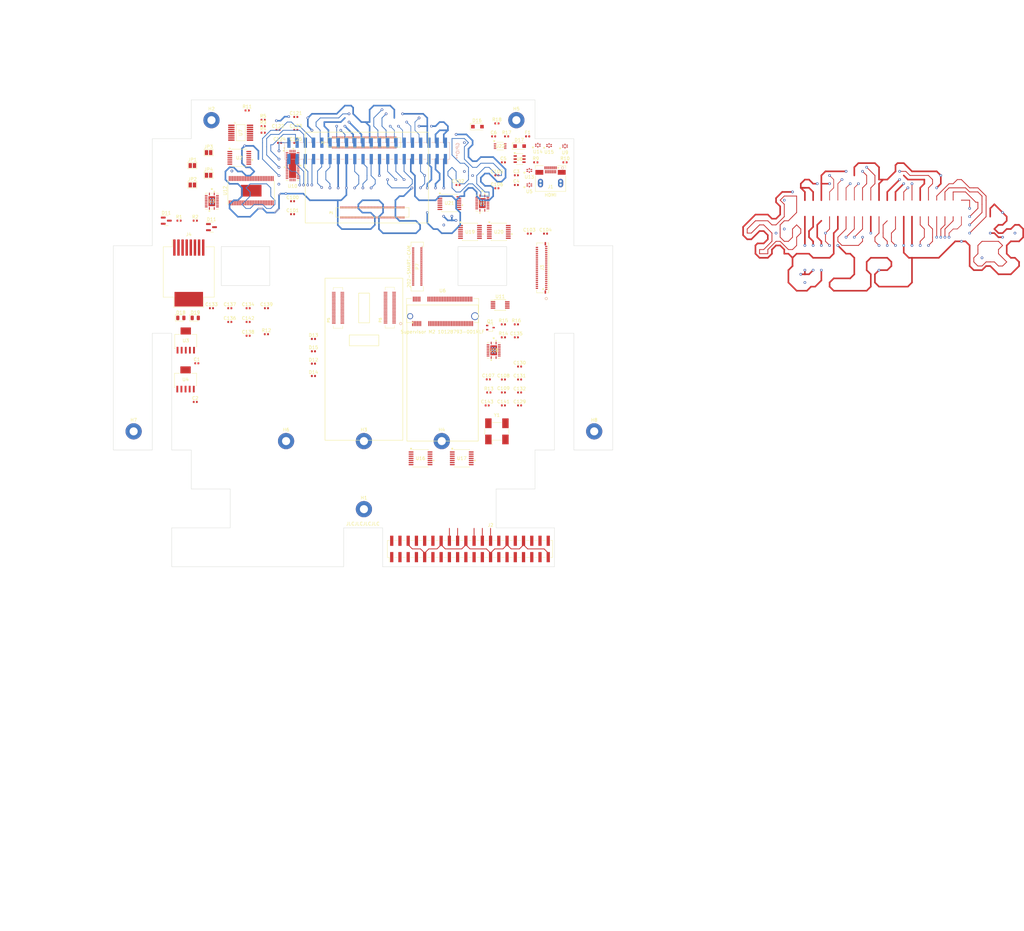
<source format=kicad_pcb>
(kicad_pcb (version 20211014) (generator pcbnew)
  (layers (0 "F.Cu" signal) (1 "In1.Cu" signal) (2 "In2.Cu" power) (31 "B.Cu" signal) (34 "B.Paste" user) (35 "F.Paste" user) (36 "B.SilkS" user "B.Silkscreen") (37 "F.SilkS" user "F.Silkscreen") (38 "B.Mask" user) (39 "F.Mask" user) (44 "Edge.Cuts" user))
  (net 0 "")
  (net 1 "GND")
  (net 2 "Net-(C100-Pad1)")
  (net 3 "Net-(C102-Pad2)")
  (net 4 "+1V8")
  (net 5 "/Expander, M.2 and T-USB/M.2 Key B connector/PCIE_CLGEN_X2")
  (net 6 "Net-(C135-Pad1)")
  (net 7 "/Expander, M.2 and T-USB/M.2 Key B connector/PCIE_CLGEN_X1")
  (net 8 "+VDC")
  (net 9 "Net-(D1-Pad2)")
  (net 10 "Net-(D2-Pad2)")
  (net 11 "Net-(D3-Pad2)")
  (net 12 "Net-(D4-Pad2)")
  (net 13 "Net-(D5-Pad2)")
  (net 14 "Net-(C1-Pad1)")
  (net 15 "Net-(D7-Pad2)")
  (net 17 "Net-(D9-Pad2)")
  (net 18 "Net-(D10-Pad2)")
  (net 21 "Net-(C2-Pad1)")
  (net 23 "SLEEP_1V8")
  (net 24 "/Expander, M.2 and T-USB/VSOM")
  (net 25 "/Expander, M.2 and T-USB/SJTAG_TDI")
  (net 26 "/Expander, M.2 and T-USB/SJTAG_TMS")
  (net 27 "/Expander, M.2 and T-USB/SJTAG_TCK")
  (net 28 "Net-(P5-Pad15)")
  (net 29 "/Expander, M.2 and T-USB/SJTAG_TDO")
  (net 30 "/Expander, M.2 and T-USB/SYS_RST_PMIC")
  (net 31 "/Expander, M.2 and T-USB/PWRBTN")
  (net 33 "/Expander, M.2 and T-USB/ALT_BOOT")
  (net 38 "Net-(D12-Pad2)")
  (net 39 "CAM_3V3")
  (net 40 "LIVE_3V3")
  (net 41 "LIVE_1V8")
  (net 42 "/Ethernet and SD1/ETH0_LED_1000")
  (net 43 "/Ethernet and SD1/ETH0_LINK_LED")
  (net 47 "/Expander, M.2 and T-USB/LEFT_ATT_XSHUT")
  (net 48 "/Expander, M.2 and T-USB/LEFT_RESET")
  (net 49 "/Expander, M.2 and T-USB/LEFT_PWRDN")
  (net 53 "/Expander, M.2 and T-USB/RIGHT_ATT_XSHUT")
  (net 54 "/Expander, M.2 and T-USB/RIGHT_RESET")
  (net 55 "/Expander, M.2 and T-USB/RIGHT_PWRDN")
  (net 56 "/Expander, M.2 and T-USB/SYS_I2C_SCL")
  (net 57 "/Expander, M.2 and T-USB/SYS_I2C_SDA")
  (net 58 "/Expander, M.2 and T-USB/STEM_I2C_SCL")
  (net 59 "/Expander, M.2 and T-USB/STEM_I2C_SDA")
  (net 61 "/Expander, M.2 and T-USB/FACE_TDO")
  (net 62 "Net-(D13-Pad2)")
  (net 63 "/Expander, M.2 and T-USB/FACE_TDI")
  (net 64 "/Expander, M.2 and T-USB/FACE_TMS")
  (net 65 "/Expander, M.2 and T-USB/FACE_TCK")
  (net 67 "/SYS_RST_PMIC")
  (net 69 "/UART1_RXD")
  (net 72 "/P1_SAI5_RXD3")
  (net 73 "/P1_SAI5_RXD0")
  (net 74 "/P1_SAI5_MCLK")
  (net 75 "/P1_SAI5_RXC")
  (net 77 "/P1_SAI5_RXFS")
  (net 78 "/P1_EARC_N_HPD")
  (net 79 "/P1_SAI5_RXD2")
  (net 80 "/P1_EARC_P_UTIL")
  (net 81 "/P1_SAI5_RXD1")
  (net 82 "/LVDS_D0+")
  (net 83 "/LVDS_D0-")
  (net 84 "/LVDS_D1+")
  (net 85 "/LVDS_D1-")
  (net 87 "/LVDS_D2+")
  (net 88 "/CAN1_RX")
  (net 89 "/LVDS_D2-")
  (net 90 "/CAN1_TX")
  (net 91 "/LVDS_D3+")
  (net 92 "/LVDS_D3-")
  (net 93 "/SOUND_INT")
  (net 95 "/Expander, M.2 and T-USB/PWR_CHARGE_LESS_1V4")
  (net 96 "/P1_HDMI_SDA")
  (net 97 "/JTAG_TMS")
  (net 98 "/PMIC_STBY_REQ")
  (net 99 "/JTAG_TDO")
  (net 100 "/PMIC_ON_REQ")
  (net 101 "/HDMI_DDC_SCL")
  (net 102 "/JTAG_TDI")
  (net 103 "/JTAG_TCK")
  (net 104 "/JTAG_MOD")
  (net 107 "/LVDS_CLK+")
  (net 109 "/LVDS_CLK-")
  (net 110 "/P1_HDMI_CEC")
  (net 111 "/Expander, M.2 and T-USB/VSOM_LESS_1V4")
  (net 112 "/Expander, M.2 and T-USB/UART2_RXD")
  (net 113 "/ALT_BOOT")
  (net 114 "/PD_USBC_INT")
  (net 115 "/HDMI_HPD")
  (net 116 "/VCC_RTC")
  (net 117 "/I2C3_SDA")
  (net 119 "/I2C5_SDA")
  (net 120 "/SYS_I2C_SDA")
  (net 121 "/STEM_INT")
  (net 122 "/SYS_I2C_SCL")
  (net 123 "/I2C5_SCL")
  (net 134 "/PCIE_RXN-")
  (net 135 "/PCIE_RXN+")
  (net 136 "/PCIE_TXN-")
  (net 137 "/PCIE_TXN+")
  (net 138 "/SD1_DATA2")
  (net 139 "/PCIE_REF_CLK+")
  (net 140 "/SD1_DATA3")
  (net 141 "/PCIE_REF_CLK-")
  (net 142 "/OE_SOUND")
  (net 143 "/OE_CAM")
  (net 144 "/I2C3_SCL")
  (net 145 "/SD2_nRST")
  (net 146 "/TOUCH_nINT")
  (net 147 "/P2_SAI5_TXFS")
  (net 148 "/P2_SAI5_TXC")
  (net 149 "/SD1_DATA1")
  (net 150 "/SAI5_TX_DATA0")
  (net 151 "/SD1_DATA0")
  (net 152 "/SD1_RESET_B")
  (net 153 "/P2_SAI5_DATA2")
  (net 154 "/PWRBTN")
  (net 155 "/P2_SAI5_DATA3")
  (net 156 "/POR_B_3P3")
  (net 157 "/MCU_SYS_INT")
  (net 158 "/SD1_CLK")
  (net 159 "/SYS_PRG#")
  (net 160 "/SD1_CMD")
  (net 161 "/ETH0_MDI0N")
  (net 162 "/ETH0_MDI0P")
  (net 163 "/ETH0_LED_1000")
  (net 164 "/SAI5_TX_DATA1")
  (net 165 "/ENET_TD2_BYPASS")
  (net 166 "/ETH0_MDI1P")
  (net 167 "/ETH0_MDI2P")
  (net 168 "/ETH0_MDI1N")
  (net 169 "/ETH0_MDI2N")
  (net 170 "/ETH0_LED_ACT")
  (net 171 "/ETH0_MDI3P")
  (net 172 "/ETH0_MDI3N")
  (net 173 "/ETH0_LINK_LED")
  (net 174 "/COEX")
  (net 175 "/SPI2_MISO")
  (net 176 "/M2_PCIE_CLKREQ")
  (net 177 "/SPI2_SS0")
  (net 178 "Net-(R3-Pad2)")
  (net 179 "/SPI2_CLK")
  (net 180 "/SD_CS_SOM")
  (net 181 "/SPI2_MOSI")
  (net 182 "/SD_D2")
  (net 183 "/SD2_DATA0")
  (net 184 "/SD_CLK")
  (net 185 "/SD2_DATA1")
  (net 186 "/SD_D3")
  (net 187 "/Expander, M.2 and T-USB/UART4_RXD")
  (net 188 "/Expander, M.2 and T-USB/UART4_TXD")
  (net 189 "/Expander, M.2 and T-USB/M2B_PERST")
  (net 191 "/Expander, M.2 and T-USB/B_PCIE_WAKE")
  (net 197 "/Expander, M.2 and T-USB/SJTAG_MOD")
  (net 198 "/Camera + Sound Domain/I2S_1V8_RXC")
  (net 199 "/Camera + Sound Domain/I2S_1V8_RXFS")
  (net 200 "/Camera + Sound Domain/I2S_1V8_RXD1")
  (net 201 "/Expander, M.2 and T-USB/SYS_PD_CTL_INT")
  (net 202 "/Camera + Sound Domain/CSI1_CLK_N")
  (net 203 "/Camera + Sound Domain/CSI1_CLK_P")
  (net 204 "/Camera + Sound Domain/CSI1_D2_N")
  (net 205 "/Camera + Sound Domain/CSI1_D2_P")
  (net 206 "/Camera + Sound Domain/CSI1_D1_N")
  (net 207 "/Camera + Sound Domain/CSI1_D1_P")
  (net 208 "/Camera + Sound Domain/CSI1_D0_N")
  (net 209 "/Camera + Sound Domain/CSI1_D0_P")
  (net 210 "/Camera + Sound Domain/CSI2_CLK_N")
  (net 211 "/Camera + Sound Domain/CSI2_CLK_P")
  (net 212 "/Camera + Sound Domain/CSI2_D1_N")
  (net 213 "/Camera + Sound Domain/CSI2_D1_P")
  (net 214 "/Camera + Sound Domain/CSI2_D0_N")
  (net 215 "/Camera + Sound Domain/CSI2_D0_P")
  (net 216 "/Expander, M.2 and T-USB/USB1_DP")
  (net 217 "/Expander, M.2 and T-USB/USB1_DN")
  (net 218 "Net-(P5-Pad6)")
  (net 219 "Net-(P5-Pad7)")
  (net 220 "Net-(D11-Pad3)")
  (net 221 "/HDMI socket/EARC_N_HPD")
  (net 222 "/SD_CMD")
  (net 223 "/Expander, M.2 and T-USB/MCU_SYS_INT")
  (net 224 "/Expander, M.2 and T-USB/POR_B_3P3")
  (net 225 "/Expander, M.2 and T-USB/PMIC_ON_REQ")
  (net 226 "/Expander, M.2 and T-USB/PMIC_STBY_REQ")
  (net 227 "/Expander, M.2 and T-USB/VCC_RTC")
  (net 228 "/Expander, M.2 and T-USB/POWER_PD_CTL_INT")
  (net 229 "/Expander, M.2 and T-USB/BAT_INT")
  (net 230 "/C_EX_RXD")
  (net 231 "/I2C6_SCL")
  (net 232 "/I2C6_SDA")
  (net 234 "/Expander, M.2 and T-USB/SPI2_MOSI")
  (net 235 "/Expander, M.2 and T-USB/SPI2_MISO")
  (net 236 "/Expander, M.2 and T-USB/SPI2_CLK")
  (net 237 "/Expander, M.2 and T-USB/T-USB_SPI_CS")
  (net 239 "/Expander, M.2 and T-USB/USB_XD_OE")
  (net 240 "/Expander, M.2 and T-USB/USB_XD_SEL")
  (net 243 "/HDMI socket/EARC_P_UTIL")
  (net 244 "/HDMI socket/HDMI_TX2P")
  (net 245 "/Expander, M.2 and T-USB/BAT_CE")
  (net 246 "/HDMI socket/HDMI_TX2N")
  (net 247 "/HDMI socket/HDMI_TX1P")
  (net 248 "/Expander, M.2 and T-USB/BAT_EN")
  (net 249 "/Expander, M.2 and T-USB/FACE-EX_FW_RXD")
  (net 250 "/Expander, M.2 and T-USB/SHUTDOWN_BTN")
  (net 252 "/Expander, M.2 and T-USB/USB1_RX_DP")
  (net 253 "/Expander, M.2 and T-USB/USB1_RX_DN")
  (net 254 "/Expander, M.2 and T-USB/USB1_TX_DP")
  (net 255 "/Expander, M.2 and T-USB/USB1_TX_DN")
  (net 256 "Net-(P6-Pad8)")
  (net 257 "Net-(P6-Pad9)")
  (net 258 "Net-(P6-Pad11)")
  (net 259 "Net-(P6-Pad12)")
  (net 263 "/Expander, M.2 and T-USB/FACE-EX_FW_TXD")
  (net 264 "/Expander, M.2 and T-USB/T_SBWTCK")
  (net 266 "/Expander, M.2 and T-USB/T_SBWTDIO")
  (net 269 "/Expander, M.2 and T-USB/T-USB-EX_FW_TXD")
  (net 270 "/Expander, M.2 and T-USB/T-USB-EX_FW_RXD")
  (net 272 "/HDMI socket/HDMI_TX1N")
  (net 273 "/Expander, M.2 and T-USB/CAN_TX")
  (net 274 "/Expander, M.2 and T-USB/CAN_RX")
  (net 277 "/Expander, M.2 and T-USB/LVD3-")
  (net 278 "/Expander, M.2 and T-USB/LVD3+")
  (net 279 "/Expander, M.2 and T-USB/LVD2-")
  (net 280 "/Expander, M.2 and T-USB/LVD2+")
  (net 281 "/Expander, M.2 and T-USB/LVD1-")
  (net 282 "/Expander, M.2 and T-USB/LVD1+")
  (net 283 "/Expander, M.2 and T-USB/LVD0-")
  (net 284 "/Expander, M.2 and T-USB/LVD0+")
  (net 285 "/Expander, M.2 and T-USB/LVCLK-")
  (net 286 "/Expander, M.2 and T-USB/LVCLK+")
  (net 287 "Net-(Q1-Pad1)")
  (net 288 "/Expander, M.2 and T-USB/SYS_EX_nINT")
  (net 289 "Net-(R11-Pad2)")
  (net 290 "Net-(R12-Pad1)")
  (net 291 "/HDMI socket/HDMI_TX0P")
  (net 292 "/Expander, M.2 and T-USB/M.2 Key B connector/B_RESET")
  (net 294 "/Expander, M.2 and T-USB/F_SBWTCK")
  (net 295 "/Expander, M.2 and T-USB/F_SBWTDIO")
  (net 296 "/Expander, M.2 and T-USB/F_EX_FW_RXD")
  (net 297 "/Expander, M.2 and T-USB/F_EX_FW_TXD")
  (net 298 "/Expander, M.2 and T-USB/T_EX_FW_RXD")
  (net 299 "/Expander, M.2 and T-USB/T_EX_FW_TXD")
  (net 300 "/Expander, M.2 and T-USB/SYS_PRG#")
  (net 301 "/Expander, M.2 and T-USB/M.2 Key B connector/CONFIG_3")
  (net 303 "/Expander, M.2 and T-USB/M.2 Key B connector/B_USB_D+")
  (net 304 "/Expander, M.2 and T-USB/M.2 Key B connector/B_USB_D-")
  (net 305 "/Expander, M.2 and T-USB/M.2 Key B connector/I2S_1V8_TXC")
  (net 307 "/Expander, M.2 and T-USB/M.2 Key B connector/I2S_1V8_TXFS")
  (net 308 "/Expander, M.2 and T-USB/M.2 Key B connector/CONFIG_0")
  (net 309 "/Expander, M.2 and T-USB/M.2 Key B connector/I2S_1V8_TXD0")
  (net 311 "/Expander, M.2 and T-USB/M.2 Key B connector/I2S_1V8_RXFS")
  (net 314 "/Expander, M.2 and T-USB/M.2 Key B connector/I2S_1V8_RXD0")
  (net 315 "/Expander, M.2 and T-USB/M.2 Key B connector/B_USB3.1_Rx-")
  (net 317 "/Expander, M.2 and T-USB/M.2 Key B connector/B_USB3.1_Rx+")
  (net 320 "/Expander, M.2 and T-USB/M.2 Key B connector/B_USB3.1_Tx-")
  (net 322 "/Expander, M.2 and T-USB/M.2 Key B connector/B_USB3.1_Tx+")
  (net 324 "/Expander, M.2 and T-USB/M.2 Key B connector/PCIE_RXN-")
  (net 326 "/Expander, M.2 and T-USB/M.2 Key B connector/PCIE_RXN+")
  (net 328 "/Expander, M.2 and T-USB/M.2 Key B connector/PCIE_TXN-")
  (net 329 "/Expander, M.2 and T-USB/M.2 Key B connector/PCIE_TXN+")
  (net 330 "/Expander, M.2 and T-USB/M.2 Key B connector/B_PERST")
  (net 331 "/Expander, M.2 and T-USB/M.2 Key B connector/PCIE_CLKREQ_B")
  (net 332 "/Expander, M.2 and T-USB/M.2 Key B connector/PCIE_REF_CLK-")
  (net 333 "/Expander, M.2 and T-USB/M.2 Key B connector/PCIE_WAKE_B")
  (net 334 "/Expander, M.2 and T-USB/M.2 Key B connector/PCIE_REF_CLK+")
  (net 335 "Net-(U18-Pad11)")
  (net 336 "Net-(U18-Pad12)")
  (net 337 "Net-(U18-Pad18)")
  (net 338 "Net-(U18-Pad17)")
  (net 339 "Net-(U18-Pad16)")
  (net 341 "Net-(U18-Pad15)")
  (net 342 "Net-(U18-Pad13)")
  (net 343 "Net-(U18-Pad14)")
  (net 344 "/Expander, M.2 and T-USB/M.2 Key B connector/CONFIG_1")
  (net 347 "/Expander, M.2 and T-USB/M.2 Key B connector/CONFIG_2")
  (net 348 "/Expander, M.2 and T-USB/USB2_RX_DP")
  (net 349 "/Expander, M.2 and T-USB/USB2_RX_DN")
  (net 350 "/Expander, M.2 and T-USB/USB2_TX_DP")
  (net 351 "/Expander, M.2 and T-USB/USB2_TX_DN")
  (net 352 "/Expander, M.2 and T-USB/M2B_USB_MUX")
  (net 359 "unconnected-(U10-Pad22)")
  (net 367 "/Expander, M.2 and T-USB/B_USB2_TX_DN")
  (net 368 "/Expander, M.2 and T-USB/B_USB2_TX_DP")
  (net 369 "/Expander, M.2 and T-USB/B_USB2_RX_DN")
  (net 370 "/Expander, M.2 and T-USB/B_USB2_RX_DP")
  (net 371 "/Expander, M.2 and T-USB/USB2_DP")
  (net 372 "/Expander, M.2 and T-USB/USB2_DN")
  (net 373 "/Expander, M.2 and T-USB/B_USB_D+")
  (net 374 "/Expander, M.2 and T-USB/B_USB_D-")
  (net 375 "/Expander, M.2 and T-USB/LOCK_BTN")
  (net 376 "/Expander, M.2 and T-USB/POWER_SDA")
  (net 377 "/Expander, M.2 and T-USB/POWER_SCL")
  (net 378 "/Expander, M.2 and T-USB/STEM_INT")
  (net 384 "/Camera + Sound Domain/C_FW_TXD")
  (net 385 "/Camera + Sound Domain/C_FW_RXD")
  (net 386 "/Camera + Sound Domain/SD_CS_SOM")
  (net 387 "/Camera + Sound Domain/SD_D3")
  (net 388 "/Expander, M.2 and T-USB/IMU_INTA")
  (net 389 "/Expander, M.2 and T-USB/IMU_INTM")
  (net 390 "/Expander, M.2 and T-USB/B_RESET")
  (net 391 "/Expander, M.2 and T-USB/B_PWROFF")
  (net 392 "/Expander, M.2 and T-USB/GNSS_IRQ_3V3")
  (net 393 "/Expander, M.2 and T-USB/CONFIG_3")
  (net 394 "/Expander, M.2 and T-USB/CONFIG_2")
  (net 395 "/Expander, M.2 and T-USB/CONFIG_1")
  (net 396 "/Expander, M.2 and T-USB/LVDS_DISP_RESET")
  (net 397 "/Expander, M.2 and T-USB/LVDS_TOUCH_RESET")
  (net 398 "/Expander, M.2 and T-USB/B_OE_STEM")
  (net 399 "/Expander, M.2 and T-USB/B_OE_SDIO")
  (net 400 "/Expander, M.2 and T-USB/B_OE_UART")
  (net 401 "/Expander, M.2 and T-USB/LED_SHUTDOWN")
  (net 402 "/Camera + Sound Domain/SD_D2")
  (net 403 "/HDMI socket/HDMI_TX0N")
  (net 404 "/HDMI socket/HDMI_TXCP")
  (net 406 "/Camera + Sound Domain/SD_D1")
  (net 407 "/HDMI socket/HDMI_TXCN")
  (net 408 "/HDMI socket/HDMI_CEC")
  (net 409 "/HDMI socket/HDMI_HPD")
  (net 410 "/HDMI socket/HDMI_DDC_SCL")
  (net 412 "/Expander, M.2 and T-USB/M.2 Key B connector/B_SD_DATA0")
  (net 413 "/Expander, M.2 and T-USB/M.2 Key B connector/B_SD_DATA1")
  (net 414 "/Expander, M.2 and T-USB/M.2 Key B connector/B_SD_DATA2")
  (net 415 "/Expander, M.2 and T-USB/M.2 Key B connector/B_SD_DATA3")
  (net 416 "/Expander, M.2 and T-USB/M.2 Key B connector/B_SD_CLK")
  (net 417 "/Expander, M.2 and T-USB/M.2 Key B connector/B_SD_CMD")
  (net 418 "/Expander, M.2 and T-USB/M.2 Key B connector/SYS_I2C_SCL")
  (net 419 "/Expander, M.2 and T-USB/M.2 Key B connector/SYS_I2C_SDA")
  (net 420 "/Expander, M.2 and T-USB/M.2 Key B connector/B_OE_SDIO")
  (net 421 "/HDMI socket/HDMI_DDC_SDA")
  (net 422 "/Camera + Sound Domain/SD_D0")
  (net 423 "/Ethernet and SD1/STEM_I2C_SDA")
  (net 424 "/Ethernet and SD1/STEM_I2C_SCL")
  (net 425 "/Camera + Sound Domain/OE_SOUND")
  (net 426 "/Ethernet and SD1/STEM_INT")
  (net 427 "/Ethernet and SD1/SD1_DATA3")
  (net 428 "/Ethernet and SD1/SD1_CLK")
  (net 429 "/Ethernet and SD1/SD1_CMD")
  (net 430 "/Ethernet and SD1/SD1_DATA0")
  (net 431 "/Ethernet and SD1/SD1_DATA1")
  (net 432 "/Ethernet and SD1/SYS_I2C_SDA")
  (net 433 "/Ethernet and SD1/SYS_I2C_SCL")
  (net 434 "/Ethernet and SD1/SD1_DATA2")
  (net 435 "Net-(J3-Pad24)")
  (net 436 "Net-(J3-Pad25)")
  (net 437 "Net-(J3-Pad26)")
  (net 438 "Net-(J3-Pad27)")
  (net 439 "/Camera + Sound Domain/OE_CAM")
  (net 440 "/Expander, M.2 and T-USB/PD_USBC_INT")
  (net 441 "/Camera + Sound Domain/RIGHT_SDA")
  (net 442 "/Camera + Sound Domain/RIGHT_SCL")
  (net 443 "/Camera + Sound Domain/LEFT_SDA")
  (net 444 "/Camera + Sound Domain/LEFT_SCL")
  (net 445 "/Camera + Sound Domain/CSI1_D3_P")
  (net 446 "/Camera + Sound Domain/CSI1_D3_N")
  (net 447 "Net-(P7-Pad11)")
  (net 448 "/Camera + Sound Domain/STEM_I2C_SCL")
  (net 449 "/Camera + Sound Domain/STEM_I2C_SDA")
  (net 450 "/Camera + Sound Domain/STEM_INT")
  (net 451 "/Camera + Sound Domain/SYS_I2C_SCL")
  (net 452 "/Camera + Sound Domain/SYS_PRG#")
  (net 453 "/Camera + Sound Domain/SYS_I2C_SDA")
  (net 454 "/Camera + Sound Domain/MCU_SYS_INT")
  (net 455 "/Camera + Sound Domain/I2S_1V8_RXD2")
  (net 456 "/Camera + Sound Domain/SD_CLK")
  (net 457 "/Camera + Sound Domain/SD_CMD")
  (net 459 "Net-(U7-Pad1)")
  (net 460 "Net-(U7-Pad2)")
  (net 461 "Net-(J3-Pad28)")
  (net 462 "Net-(J3-Pad29)")
  (net 463 "/USB2_D+")
  (net 464 "/USB2_D-")
  (net 465 "/USB1_RX+")
  (net 466 "/USB2_RX+")
  (net 467 "/USB1_RX-")
  (net 468 "/USB2_RX-")
  (net 469 "/USB1_D+")
  (net 470 "/USB2_TX+")
  (net 471 "/USB1_D-")
  (net 472 "/USB2_TX-")
  (net 473 "/USB1_TX+")
  (net 474 "/USB1_TX-")
  (net 475 "/P1_HDMI_TXC+")
  (net 476 "/P1_HDMI_TXC-")
  (net 477 "/P1_HDMI_TX0+")
  (net 478 "/P1_HDMI_TX0-")
  (net 479 "/P1_HDMI_TX1+")
  (net 480 "/P1_HDMI_TX1-")
  (net 481 "/P1_HDMI_TX2+")
  (net 482 "/P1_HDMI_TX2-")
  (net 483 "/P2_CSI1_CLK-")
  (net 484 "/P2_CSI1_CLK+")
  (net 485 "/P2_CSI1_D0-")
  (net 486 "/P2_CSI1_D0+")
  (net 487 "/P2_CSI2_CLK+")
  (net 488 "/P2_CSI2_CLK-")
  (net 489 "/P2_CSI2_D0-")
  (net 490 "/P2_CSI2_D0+")
  (net 491 "/P2_CSI2_D1-")
  (net 492 "/P2_CSI1_D2-")
  (net 493 "/P2_CSI2_D1+")
  (net 494 "/P2_CSI1_D2+")
  (net 495 "/P2_CSI1_D1-")
  (net 496 "/P2_CSI1_D1+")
  (net 497 "/P2_CSI1_D3-")
  (net 498 "/P2_CSI1_D3+")
  (net 499 "/P2_CSI2_D2-")
  (net 500 "/P2_CSI2_D2+")
  (net 501 "/P2_CSI2_D3-")
  (net 502 "/P2_CSI2_D3+")
  (net 505 "/C_FW_TXD")
  (net 507 "/Ethernet and SD1/ETH0_MDI0P")
  (net 508 "/Ethernet and SD1/ETH0_MDI0N")
  (net 509 "/Ethernet and SD1/ETH0_MDI1P")
  (net 510 "/Ethernet and SD1/ETH0_MDI1N")
  (net 511 "/C_FW_RXD")
  (net 512 "/C_SBWTDIO")
  (net 513 "/Ethernet and SD1/ETH0_MDI2P")
  (net 514 "/C_SBWTCK")
  (net 515 "/Ethernet and SD1/ETH0_MDI2N")
  (net 516 "/Ethernet and SD1/ETH0_MDI3P")
  (net 517 "/Ethernet and SD1/ETH0_MDI3N")
  (net 519 "/FACE_FW_TXD")
  (net 523 "/FACE_FW_RXD")
  (net 527 "/FACE_SBWTDIO")
  (net 528 "HDMI_5V")
  (net 530 "/Expander, M.2 and T-USB/PWR_CHARGE")
  (net 533 "unconnected-(J2-Pad24)")
  (net 534 "unconnected-(J2-Pad26)")
  (net 535 "Net-(R13-Pad1)")
  (net 536 "/FACE_SBWTCK")
  (net 546 "/Expander, M.2 and T-USB/POWER_TO_SYS")
  (net 547 "/Expander, M.2 and T-USB/POWER_TO_STEM")
  (net 548 "/Expander, M.2 and T-USB/FACE_RST")
  (net 549 "/Expander, M.2 and T-USB/FACE_SBWTCK")
  (net 550 "/Expander, M.2 and T-USB/FACE_FW_RXD")
  (net 551 "/Expander, M.2 and T-USB/FACE_FW_TXD")
  (net 552 "/Expander, M.2 and T-USB/PD_HRESET")
  (net 553 "/Expander, M.2 and T-USB/POWER_TO_SYS_STEM")
  (net 554 "Net-(U6-Pad40)")
  (net 555 "Net-(U6-Pad42)")
  (net 556 "Net-(U6-Pad44)")
  (net 557 "Net-(U6-Pad46)")
  (net 558 "Net-(U6-Pad48)")
  (net 559 "Net-(U6-Pad60)")
  (net 560 "Net-(U6-Pad62)")
  (net 561 "Net-(U6-Pad64)")
  (net 563 "/Expander, M.2 and T-USB/M.2 Key B connector/B_OE_UART")
  (net 565 "/Expander, M.2 and T-USB/M.2 Key B connector/M2B_UART_RXD")
  (net 566 "/Expander, M.2 and T-USB/M.2 Key B connector/M2B_UART_TXD")
  (net 567 "/Expander, M.2 and T-USB/M.2 Key B connector/COEX")
  (net 570 "/Expander, M.2 and T-USB/M.2 Key B connector/B_OE_STEM")
  (net 573 "/Expander, M.2 and T-USB/M.2 Key B connector/GNSS_IRQ_3V3")
  (net 574 "/Expander, M.2 and T-USB/M.2 Key B connector/STEM_I2C_SDA")
  (net 575 "/Expander, M.2 and T-USB/M.2 Key B connector/STEM_I2C_SCL")
  (net 578 "/Camera + Sound Domain/SAI5_RX_DATA2")
  (net 579 "/Camera + Sound Domain/SAI5_RX_DATA1")
  (net 580 "/Camera + Sound Domain/SAI5_RX_SYNC")
  (net 581 "/Camera + Sound Domain/SAI5_RXC")
  (net 582 "/Camera + Sound Domain/I2S_1V8_TXC")
  (net 583 "/Camera + Sound Domain/I2S_1V8_TXFS")
  (net 584 "/Camera + Sound Domain/I2S_1V8_TXD1")
  (net 585 "/Camera + Sound Domain/I2S_1V8_TXD2")
  (net 588 "/Camera + Sound Domain/SAI5_TX_DATA2")
  (net 589 "/Camera + Sound Domain/SAI5_TX_DATA1")
  (net 590 "/Camera + Sound Domain/SAI5_TX_SYNC")
  (net 591 "/Camera + Sound Domain/SAI5_TXC")
  (net 592 "/Camera + Sound Domain/I2S_1V8_TXD0")
  (net 593 "/Camera + Sound Domain/I2S_1V8_RXD0")
  (net 594 "/Camera + Sound Domain/I2S_1V8_TXD3")
  (net 595 "/Camera + Sound Domain/I2S_1V8_RXD3")
  (net 598 "/Camera + Sound Domain/SAI5_RX_DATA3")
  (net 599 "/Camera + Sound Domain/SAI5_TX_DATA3")
  (net 600 "/Camera + Sound Domain/SAI5_RX_DATA0")
  (net 601 "/Camera + Sound Domain/SAI5_TX_DATA0")
  (net 602 "Net-(C3-Pad2)")
  (net 603 "Net-(C4-Pad2)")
  (net 604 "Net-(C5-Pad1)")
  (net 605 "/HDMI socket/5V_POWER")
  (net 606 "Net-(J1-Pad1)")
  (net 607 "Net-(J1-Pad2)")
  (net 608 "Net-(J1-Pad3)")
  (net 609 "Net-(J1-Pad5)")
  (net 610 "Net-(J1-Pad6)")
  (net 611 "Net-(J1-Pad8)")
  (net 612 "Net-(J1-Pad9)")
  (net 613 "Net-(J1-Pad11)")
  (net 614 "Net-(J1-Pad12)")
  (net 615 "Net-(J1-Pad14)")
  (net 616 "/HDMI socket/DDC_SCL")
  (net 617 "/HDMI socket/DDC_SDA")
  (net 618 "Net-(R18-Pad2)")
  (net 619 "Net-(R1-Pad1)")
  (net 620 "Net-(R2-Pad1)")
  (net 621 "/Ethernet and SD1/ETH0_LED_ACT")
  (footprint "MountingHole:MountingHole_2.5mm_Pad" (layer "F.Cu") (at 60.25 43.25)
    (fp_text reference "H2")
    (fp_text value "MountingHole" hide)
  )
  (footprint "MountingHole:MountingHole_2.5mm_Pad" (layer "F.Cu") (at 107.25 142.25)
    (fp_text reference "H3")
    (fp_text value "MountingHole" hide)
  )
  (footprint "Jumper:SolderJumper-2_P1.3mm_Open_Pad1.0x1.5mm" (layer "F.Cu") (at 59.358293 60.25)
    (fp_text reference "JP4")
    (fp_text value "SYS_SCL")
  )
  (footprint "Resistor_SMD:R_0402_1005Metric" (layer "F.Cu") (at 76.176516 45.125124)
    (fp_text reference "R3")
    (fp_text value "10K")
  )
  (footprint "Capacitor_SMD:C_0402_1005Metric" (layer "F.Cu") (at 148.25 60.25)
    (fp_text reference "C105")
    (fp_text value "100nF")
  )
  (footprint "Resistor_SMD:R_0402_1005Metric" (layer "F.Cu") (at 148.25 44.25)
    (fp_text reference "R18")
    (fp_text value "200K")
  )
  (footprint "Ziloo:TPS79633DCQ" (layer "F.Cu") (at 52.32 111.25)
    (fp_text reference "U3")
    (fp_text value "TPS79633DCQ" hide)
  )
  (footprint "Diode_SMD:D_SOD-123F" (layer "F.Cu") (at 142.25 45.25)
    (fp_text reference "D16")
    (fp_text value "1A Schottky")
  )
  (footprint "Resistor_SMD:R_0402_1005Metric" (layer "F.Cu") (at 145.76 127.25)
    (fp_text reference "R13")
    (fp_text value "1k")
  )
  (footprint "MountingHole:MountingHole_2.5mm_Pad" (layer "F.Cu") (at 178.25 139.25)
    (fp_text reference "H8")
    (fp_text value "MountingHole")
  )
  (footprint "Resistor_SMD:R_0402_1005Metric" (layer "F.Cu") (at 71.25 40.25)
    (fp_text reference "R11")
    (fp_text value "R")
  )
  (footprint "Ziloo:SN74CBTLV3126PWR" (layer "F.Cu") (at 68.83 54.86)
    (fp_text reference "U2")
    (fp_text value "SN74CBTLV3126PWR" hide)
  )
  (footprint "Diode_SMD:D_0402_1005Metric" (layer "F.Cu") (at 91.69 118.36)
    (fp_text reference "D12")
    (fp_text value "D")
  )
  (footprint "Fuse:Fuse_0402_1005Metric" (layer "F.Cu") (at 157.735 48.25)
    (fp_text reference "F1")
    (fp_text value "Polyfuse_Small")
  )
  (footprint "Jumper:SolderJumper-2_P1.3mm_Open_Pad1.0x1.5mm" (layer "F.Cu") (at 54.358293 57.25)
    (fp_text reference "JP1")
    (fp_text value "TDO")
  )
  (footprint "Package_TO_SOT_SMD:SOT-23" (layer "F.Cu") (at 60.25 76.25)
    (fp_text reference "D11")
    (fp_text value "BAT54C")
  )
  (footprint "Package_TO_SOT_SMD:SOT-323_SC-70" (layer "F.Cu") (at 146.25 107.25)
    (fp_text reference "Q1")
    (fp_text value "2SC4213")
  )
  (footprint "Diode_SMD:D_SOD-123F" (layer "F.Cu") (at 155.25 51.25)
    (fp_text reference "D17")
    (fp_text value "1A Schottky")
  )
  (footprint "Resistor_SMD:R_0402_1005Metric" (layer "F.Cu") (at 154.25 106.25)
    (fp_text reference "R16")
    (fp_text value "4.7K")
  )
  (footprint "Ziloo:467652301" (layer "F.Cu") (at 164.790001 61.25)
    (fp_text reference "J1")
    (fp_text value "HDMI")
  )
  (footprint "Resistor_SMD:R_0402_1005Metric" (layer "F.Cu") (at 169.25 56.25)
    (fp_text reference "R10")
    (fp_text value "1K2")
  )
  (footprint "Capacitor_SMD:C_0402_1005Metric" (layer "F.Cu") (at 147.25 48.25)
    (fp_text reference "C6")
    (fp_text value "10nF")
  )
  (footprint "Ziloo:TPS79618DCQR" (layer "F.Cu") (at 52.25 123.25)
    (fp_text reference "U4")
    (fp_text value "TPS79618DCQR" hide)
  )
  (footprint "Capacitor_SMD:C_0402_1005Metric" (layer "F.Cu") (at 145.25 131.25)
    (fp_text reference "C143")
    (fp_text value "27pF")
  )
  (footprint "MountingHole:MountingHole_2.5mm_Pad" (layer "F.Cu") (at 36.25 139.25)
    (fp_text reference "H7")
    (fp_text value "MountingHole")
  )
  (footprint "Jumper:SolderJumper-2_P1.3mm_Open_Pad1.0x1.5mm" (layer "F.Cu") (at 54.358293 63.25)
    (fp_text reference "JP2")
    (fp_text value "TDI")
  )
  (footprint "Ziloo:TCA9534PWR" (layer "F.Cu") (at 69.25 47.115124)
    (fp_text reference "U7")
    (fp_text value "TCA9534" hide)
  )
  (footprint "Capacitor_SMD:C_0402_1005Metric" (layer "F.Cu") (at 71.55 101.25)
    (fp_text reference "C134")
    (fp_text value "100nF")
  )
  (footprint "Capacitor_SMD:C_0402_1005Metric" (layer "F.Cu") (at 55.25 130.178108)
    (fp_text reference "C2")
    (fp_text value "C")
  )
  (footprint "Ziloo:CBTL04083ABS_518" (layer "F.Cu") (at 85.25 57.25)
    (fp_text reference "U10")
    (fp_text value "CBTL04083ABS_518" hide)
  )
  (footprint "Ziloo:HRS_DF40C-100DS-0.4V(51)" (layer "F.Cu") (at 109.85 71.71)
    (fp_text reference "P1")
    (fp_text value "UCM-P1")
  )
  (footprint "Package_SO:MSOP-10_3x3mm_P0.5mm" (layer "F.Cu") (at 149.25 100.25)
    (fp_text reference "U11")
    (fp_text value "FSUSB42MUX")
  )
  (footprint "Connector_RJ:RJ45_Molex_0855135013_Vertical" (layer "F.Cu") (at 53.25 90.39)
    (fp_text reference "J4")
    (fp_text value "RJ45")
  )
  (footprint "Capacitor_SMD:C_0402_1005Metric" (layer "F.Cu") (at 65.9 105.5)
    (fp_text reference "C136")
    (fp_text value "10uF")
  )
  (footprint "Capacitor_SMD:C_0402_1005Metric" (layer "F.Cu") (at 86.25 42.25)
    (fp_text reference "C121")
    (fp_text value "1uF" hide)
  )
  (footprint "Resistor_SMD:R_0402_1005Metric" (layer "F.Cu") (at 77.18 109.27)
    (fp_text reference "R12")
    (fp_text value "10k")
  )
  (footprint "Capacitor_SMD:C_0402_1005Metric" (layer "F.Cu") (at 158.25 78.25)
    (fp_text reference "C103")
    (fp_text value "100nF")
  )
  (footprint "Diode_SMD:D_0402_1005Metric" (layer "F.Cu") (at 91.69 122.17)
    (fp_text reference "D14")
    (fp_text value "D")
  )
  (footprint "Capacitor_SMD:C_0402_1005Metric" (layer "F.Cu") (at 86.25 46.25)
    (fp_text reference "C123")
    (fp_text value "100nF" hide)
  )
  (footprint "Resistor_SMD:R_0402_1005Metric" (layer "F.Cu") (at 55.25 74.25)
    (fp_text reference "R2")
    (fp_text value "475Ohm")
  )
  (footprint "Capacitor_SMD:C_0402_1005Metric" (layer "F.Cu") (at 136.25 63.25)
    (fp_text reference "C102")
    (fp_text value "100nF")
  )
  (footprint "Ziloo:LCFE121002H900TG" (layer "F.Cu") (at 158.25 63.25)
    (fp_text reference "U5")
    (fp_text value "LCFE121002H900TG" hide)
  )
  (footprint "Capacitor_SMD:C_0402_1005Metric" (layer "F.Cu") (at 71.55 105.5)
    (fp_text reference "C142")
    (fp_text value "100nF")
  )
  (footprint "Capacitor_SMD:C_0402_1005Metric" (layer "F.Cu") (at 85.25 68.25)
    (fp_text reference "C100")
    (fp_text value "10nF")
  )
  (footprint "Ziloo:4-2328724-5" (layer "F.Cu") (at 162.368401 88.812 90)
    (fp_text reference "J3")
    (fp_text value "Debug_4-2328724-5" hide)
  )
  (footprint "Capacitor_SMD:C_0402_1005Metric" (layer "F.Cu") (at 154.25 60.25)
    (fp_text reference "C3")
    (fp_text value "1uF")
  )
  (footprint "Capacitor_SMD:C_0402_1005Metric" (layer "F.Cu") (at 77.2 101.25)
    (fp_text reference "C139")
    (fp_text value "100uF")
  )
  (footprint "Ziloo:SN74CB3Q3245RGYR" (layer "F.Cu") (at 60.358293 68.25)
    (fp_text reference "U3")
    (fp_text value "SN74CB3Q3245RGYR" hide)
  )
  (footprint "Package_SO:HTSSOP-56-1EP_6.1x14mm_P0.5mm_EP3.61x6.35mm" (layer "F.Cu") (at 72.5 65.004666 90)
    (fp_text reference "U12")
    (fp_text value "Faceboard_Expander_FR2032IG56")
  )
  (footprint "Ziloo:TXS0104EPWR" (layer "F.Cu") (at 137.41 147.57)
    (fp_text reference "U17")
    (fp_text value "TXS0104EPWR" hide)
  )
  (footprint "Ziloo:TXS0104EPWR" (layer "F.Cu") (at 124.71 147.57)
    (fp_text reference "U16")
    (fp_text value "TXS0104EPWR" hide)
  )
  (footprint "Ziloo:PCA9306DCUR" (layer "F.Cu") (at 149.25 51.25)
    (fp_text reference "U22")
    (fp_text value "PCA9306DCUR" hide)
  )
  (footprint "Capacitor_SMD:C_0402_1005Metric" (layer "F.Cu") (at 155.25 123.25)
    (fp_text reference "C131")
    (fp_text value "100uF")
  )
  (footprint "Ziloo:LCFE121002H900TG" (layer "F.Cu") (at 169.25 51.25)
    (fp_text reference "U9")
    (fp_text value "LCFE121002H900TG" hide)
  )
  (footprint "Capacitor_SMD:C_0402_1005Metric" (layer "F.Cu") (at 150.25 127.25)
    (fp_text reference "C109")
    (fp_text value "100nF")
  )
  (footprint "Ziloo:IP4220CZ6" (layer "F.Cu") (at 155.25 55.25)
    (fp_text reference "U8")
    (fp_text value "IP4220CZ6" hide)
  )
  (footprint "Capacitor_SMD:C_0402_1005Metric" (layer "F.Cu") (at 65.9 101.25)
    (fp_text reference "C137")
    (fp_text value "100uF")
  )
  (footprint "Ziloo:SN74CB3Q3245RGYR" (layer "F.Cu") (at 143.76 68.83)
    (fp_text reference "U1")
    (fp_text value "SN74CB3Q3245RGYR" hide)
  )
  (footprint "Capacitor_SMD:C_0402_1005Metric" (layer "F.Cu") (at 163.25 78.25)
    (fp_text reference "C104")
    (fp_text value "100nF")
  )
  (footprint "Capacitor_SMD:C_0402_1005Metric" (layer "F.Cu") (at 60.25 101.25)
    (fp_text reference "C133")
    (fp_text value "100nF")
  )
  (footprint "Diode_SMD:D_0402_1005Metric" (layer "F.Cu") (at 91.69 110.74)
    (fp_text reference "D13")
    (fp_text value "D")
  )
  (footprint "MountingHole:MountingHole_2.5mm_Pad" (layer "F.Cu") (at 154.25 43.25)
    (fp_text reference "H5")
    (fp_text value "MountingHole" hide)
  )
  (footprint "Ziloo:LCFE121002H900TG" (layer "F.Cu") (at 164.338073 51.078881)
    (fp_text reference "U15")
    (fp_text value "LCFE121002H900TG" hide)
  )
  (footprint "MountingHole:MountingHole_2.5mm_Pad" (layer "F.Cu") (at 83.25 142.25)
    (fp_text reference "H6")
    (fp_text value "MountingHole" hide)
  )
  (footprint "Ziloo:DF40C-60DS-0.4V51" (layer "F.Cu") (at 123.691707 88.408067 -90)
    (fp_text reference "P7")
    (fp_text value "202-SMART-CAM")
  )
  (footprint "LED_SMD:LED_0805_2012Metric" (layer "F.Cu") (at 55.25 104.25)
    (fp_text reference "D19")
    (fp_text value "LED")
  )
  (footprint "Capacitor_SMD:C_0402_1005Metric" (layer "F.Cu") (at 148.25 64.25)
    (fp_text reference "C106")
    (fp_text value "100nF")
  )
  (footprint "Resistor_SMD:R_0402_1005Metric" (layer "F.Cu") (at 76.176516 43.135124)
    (fp_text reference "R5")
    (fp_text value "10K")
  )
  (footprint "MountingHole:MountingHole_2.5mm_Pad" (layer "F.Cu") (at 107.25 163.25)
    (fp_text reference "H1")
    (fp_text value "MountingHole" hide)
  )
  (footprint "Ziloo:HRS_DF40C-50DS-0.4V(51)" (layer "F.Cu") (at 115.229213 101.108066 90)
    (fp_text reference "P6")
    (fp_text value "292_HIGH-SPEED-50")
  )
  (footprint "Capacitor_SMD:C_0402_1005Metric" (layer "F.Cu") (at 154.25 63.25)
    (fp_text reference "C4")
    (fp_text value "1uF")
  )
  (footprint "Diode_SMD:D_0402_1005Metric" (layer "F.Cu") (at 91.69 114.55)
    (fp_text reference "D15")
    (fp_text value "D")
  )
  (footprint "Ziloo:SN74CB3Q3245RGYR" (layer "F.Cu") (at 147.25 114.25)
    (fp_text reference "U18")
    (fp_text value "SN74CB3Q3245RGYR" hide)
  )
  (footprint "Capacitor_SMD:C_0402_1005Metric" (layer "F.Cu") (at 150.25 56.25)
    (fp_text reference "C5")
    (fp_text value "1uF")
  )
  (footprint "Ziloo:TXS0104EPWR" (layer "F.Cu") (at 139.95 77.72)
    (fp_text reference "U19")
    (fp_text value "TXS0104EPWR" hide)
  )
  (footprint "Capacitor_SMD:C_0402_1005Metric" (layer "F.Cu") (at 85.25 72.25)
    (fp_text reference "C101")
    (fp_text value "100nF")
  )
  (footprint "Ziloo:HRS_DF40C-100DS-0.4V(51)" (layer "F.Cu") (at 107.31 50.12)
    (fp_text reference "P2")
    (fp_text value "UCM-P2")
  )
  (footprint "Capacitor_SMD:C_0402_1005Metric" (layer "F.Cu") (at 145.59906 123.214342)
    (fp_text reference "C107")
    (fp_text value "100nF")
  )
  (footprint "MountingHole:MountingHole_2.5mm_Pad" (layer "F.Cu") (at 131.25 142.25)
    (fp_text reference "H4")
    (fp_text value "MountingHole" hide)
  )
  (footprint "Ziloo:HRS_DF40C-50DS-0.4V(51)" (layer "F.Cu") (at 99.274933 101.159038 90)
    (fp_text reference "P5")
    (fp_text value "292_PWRCTL-50")
  )
  (footprint "Ziloo:LCFE121002H900TG" (layer "F.Cu") (at 158.25 58.760001)
    (fp_text reference "U13")
    (fp_text value "LCFE121002H900TG" hide)
  )
  (footprint "Resistor_SMD:R_0402_1005Metric" (layer "F.Cu") (at 76.176516 47.115124)
    (fp_text reference "R4")
    (fp_text value "10K")
  )
  (footprint "Resistor_SMD:R_0402_1005Metric" (layer "F.Cu") (at 150.25 110.25)
    (fp_text reference "R14")
    (fp_text value "100K")
  )
  (footprint "Ziloo:TXS0104EPWR" (layer "F.Cu") (at 148.84 77.72)
    (fp_text reference "U20")
    (fp_text value "TXS0104EPWR" hide)
  )
  (footprint "Capacitor_SMD:C_0402_1005Metric" (layer "F.Cu") (at 150.25 131.25)
    (fp_text reference "C141")
    (fp_text value "100nF")
  )
  (footprint "Ziloo:10128793-001RLF" (layer "F.Cu") (at 122.25 106)
    (fp_text reference "U6")
    (fp_text value "Supervisor M2 10128793-001RLF")
  )
  (footprint "Capacitor_SMD:C_0402_1005Metric" (layer "F.Cu") (at 81.25 50.25)
    (fp_text reference "C124")
    (fp_text value "100nF" hide)
  )
  (footprint "Resistor_SMD:R_0402_1005Metric" (layer "F.Cu") (at 150.25 106.25)
    (fp_text reference "R15")
    (fp_text value "4.7K")
  )
  (footprint "Capacitor_SMD:C_0402_1005Metric" (layer "F.Cu") (at 150.25 123.25)
    (fp_text reference "C108")
    (fp_text value "100nF")
  )
  (footprint "Resistor_SMD:R_0402_1005Metric" (layer "F.Cu") (at 151.25 48.25)
    (fp_text reference "R17")
    (fp_text value "1K/1%")
  )
  (footprint "Resistor_SMD:R_0402_1005Metric" (layer "F.Cu") (at 50.25 74.25)
    (fp_text reference "R1")
    (fp_text value "475Ohm")
  )
  (footprint "Capacitor_SMD:C_0402_1005Metric" (layer "F.Cu") (at 80.77 46.25)
    (fp_text reference "C122")
    (fp_text value "100nF" hide)
  )
  (footprint "Capacitor_SMD:C_0402_1005Metric" (layer "F.Cu") (at 55.73 118.25)
    (fp_text reference "C1")
    (fp_text value "C")
  )
  (footprint "Capacitor_SMD:C_0402_1005Metric" (layer "F.Cu") (at 155.25 119.25)
    (fp_text reference "C130")
    (fp_text value "100uF")
  )
  (footprint "Capacitor_SMD:C_0402_1005Metric" (layer "F.Cu") (at 71.55 109.75)
    (fp_text reference "C138")
    (fp_text value "100uF")
  )
  (footprint "LED_SMD:LED_0805_2012Metric" (layer "F.Cu") (at 50.8 104.25)
    (fp_text reference "D18")
    (fp_text value "LED")
  )
  (footprint "Ziloo:TXS0104EPWR" (layer "F.Cu") (at 133.6 68.83)
    (fp_text reference "U21")
    (fp_text value "TXS0104EPWR" hide)
  )
  (footprint "Capacitor_SMD:C_0402_1005Metric" (layer "F.Cu") (at 86.25 50.25)
    (fp_text reference "C125")
    (fp_text value "100nF" hide)
  )
  (footprint "Package_TO_SOT_SMD:SOT-23" (layer "F.Cu") (at 46.3125 74.25)
    (fp_text reference "D11")
    (fp_text value "BAT54C")
  )
  (footprint "Capacitor_SMD:C_0402_1005Metric" (layer "F.Cu") (at 155.25 131.25)
    (fp_text reference "C129")
    (fp_text value "27pF")
  )
  (footprint "Connector_PinHeader_2.54mm:PinHeader_2x20_P2.54mm_Vertical_SMD" (layer "F.Cu") (at 139.95 175.525 90)
    (fp_text reference "J2")
    (fp_text value "Raspberry_Pi_to_Ziloo")
  )
  (footprint "Capacitor_SMD:C_0402_1005Metric" (layer "F.Cu") (at 154.25 110.25)
    (fp_text reference "C135")
    (fp_text value "100pF")
  )
  (footprint "Ziloo:LCFE121002H900TG" (layer "F.Cu") (at 160.875 50.974999)
    (fp_text reference "U14")
    (fp_text value "LCFE121002H900TG" hide)
  )
  (footprint "Resistor_SMD:R_0402_1005Metric" (layer "F.Cu") (at 160.25 56.25)
    (fp_text reference "R9")
    (fp_text value "47K")
  )
  (footprint "Oscillator:Oscillator_SMD_Abracon_ASV-4Pin_7.0x5.1mm_HandSoldering" (layer "F.Cu") (at 148.25 139.25)
    (fp_text reference "Y1")
    (fp_text value "25.000MHz")
  )
  (footprint "Jumper:SolderJumper-2_P1.3mm_Open_Pad1.0x1.5mm" (layer "F.Cu") (at 59.358293 53.25)
    (fp_text reference "JP3")
    (fp_text value "SYS_SDA")
  )
  (footprint "Capacitor_SMD:C_0402_1005Metric" (layer "F.Cu") (at 155.25 127.25)
    (fp_text reference "C132")
    (fp_text value "10uF")
  )
  (footprint "Connector_PinHeader_2.54mm:PinHeader_2x20_P2.54mm_Vertical_SMD" (layer "B.Cu") (at 108.25 52.725 90)
    (fp_text reference "GPIO**")
    (fp_text value "Front Face GPIO HEader" hide)
  )
  (gr_line (start 114.55 58.924) (end 114.55 59.051) (layer "B.SilkS") (width 0.15))
  (gr_line (start 75.942 70.481) (end 74.672 70.481) (layer "B.SilkS") (width 0.15))
  (gr_line (start 81.53 65.909) (end 81.022 66.417) (layer "B.SilkS") (width 0.15))
  (gr_line (start 81.022 70.608) (end 79.752 71.751) (layer "B.SilkS") (width 0.15))
  (gr_line (start 68.322 67.941) (end 68.449 67.941) (layer "B.SilkS") (width 0.15))
  (gr_line (start 74.672 70.481) (end 75.942 70.481) (layer "B.SilkS") (width 0.15))
  (gr_rect (start 102.747938 112.848066) (end 111.847938 109.508066) (layer "F.SilkS") (width 0.15) (fill none))
  (gr_rect (start 105.621961 96.608066) (end 108.971961 105.758066) (layer "F.SilkS") (width 0.15) (fill none))
  (gr_rect (start 95.25 92) (end 119.25 142) (layer "F.SilkS") (width 0.15) (fill none))
  (gr_rect (start 120.5 100.25) (end 142.5 142.25) (layer "F.SilkS") (width 0.15) (fill none))
  (gr_rect (start 127.161707 46.958066) (end 89.161707 74.958066) (layer "F.SilkS") (width 0.15) (fill none))
  (gr_line (start 160 145) (end 160 157) (layer "Edge.Cuts") (width 0.1))
  (gr_line (start 66 157) (end 66 169) (layer "Edge.Cuts") (width 0.1))
  (gr_line (start 42 82) (end 30 82) (layer "Edge.Cuts") (width 0.1))
  (gr_line (start 184 82) (end 184 145) (layer "Edge.Cuts") (width 0.1))
  (gr_line (start 166 169) (end 148 169) (layer "Edge.Cuts") (width 0.1))
  (gr_line (start 42 145) (end 30 145) (layer "Edge.Cuts") (width 0.1))
  (gr_line (start 48 109) (end 48 145) (layer "Edge.Cuts") (width 0.1))
  (gr_line (start 160 49) (end 172 49) (layer "Edge.Cuts") (width 0.1))
  (gr_line (start 54 145) (end 54 157) (layer "Edge.Cuts") (width 0.1))
  (gr_line (start 113 169) (end 101 169) (layer "Edge.Cuts") (width 0.1))
  (gr_line (start 54 49) (end 42 49) (layer "Edge.Cuts") (width 0.1))
  (gr_line (start 184 82) (end 172 82) (layer "Edge.Cuts") (width 0.1))
  (gr_line (start 172 49) (end 172 82) (layer "Edge.Cuts") (width 0.1))
  (gr_rect (start 136.25 82.25) (end 151.25 94.25) (layer "Edge.Cuts") (width 0.1) (fill none))
  (gr_line (start 172 109) (end 172 145) (layer "Edge.Cuts") (width 0.1))
  (gr_line (start 66 169) (end 48 169) (layer "Edge.Cuts") (width 0.1))
  (gr_line (start 54 145) (end 48 145) (layer "Edge.Cuts") (width 0.1))
  (gr_line (start 148 157) (end 148 169) (layer "Edge.Cuts") (width 0.1))
  (gr_line (start 101 169) (end 101 181) (layer "Edge.Cuts") (width 0.1))
  (gr_line (start 172 109) (end 166 109) (layer "Edge.Cuts") (width 0.1))
  (gr_line (start 42 49) (end 42 82) (layer "Edge.Cuts") (width 0.1))
  (gr_line (start 166 109) (end 166 145) (layer "Edge.Cuts") (width 0.1))
  (gr_line (start 166 145) (end 160 145) (layer "Edge.Cuts") (width 0.1))
  (gr_line (start 184 145) (end 172 145) (layer "Edge.Cuts") (width 0.1))
  (gr_line (start 30 82) (end 30 145) (layer "Edge.Cuts") (width 0.1))
  (gr_line (start 113 169) (end 113 181) (layer "Edge.Cuts") (width 0.1))
  (gr_line (start 113 181) (end 166 181) (layer "Edge.Cuts") (width 0.1))
  (gr_line (start 160 37) (end 160 49) (layer "Edge.Cuts") (width 0.1))
  (gr_line (start 48 109) (end 42 109) (layer "Edge.Cuts") (width 0.1))
  (gr_line (start 54 37) (end 54 49) (layer "Edge.Cuts") (width 0.1))
  (gr_line (start 48 169) (end 48 181) (layer "Edge.Cuts") (width 0.1))
  (gr_line (start 42 109) (end 42 145) (layer "Edge.Cuts") (width 0.1))
  (gr_line (start 160 157) (end 148 157) (layer "Edge.Cuts") (width 0.1))
  (gr_line (start 48 181) (end 101 181) (layer "Edge.Cuts") (width 0.1))
  (gr_line (start 54 157) (end 66 157) (layer "Edge.Cuts") (width 0.1))
  (gr_line (start 54 37) (end 160 37) (layer "Edge.Cuts") (width 0.1))
  (gr_line (start 166 169) (end 166 181) (layer "Edge.Cuts") (width 0.1))
  (gr_rect (start 63.25 82.25) (end 78.25 94.25) (layer "Edge.Cuts") (width 0.1) (fill none))
  (gr_text "JLCJLCJLCJLC" (at 106.93 167.763) (layer "F.SilkS") (effects (font (size 1 1))))
  (segment (start 240.67 75.55) (end 239.4 76.82) (width 0.25) (layer "F.Cu") (net 0))
  (segment (start 235.59 81.9) (end 234.32 81.9) (width 0.5) (layer "F.Cu") (net 0))
  (segment (start 245.75 67.945) (end 245.75 65.39) (width 0.5) (layer "F.Cu") (net 0))
  (segment (start 255.91 84.44) (end 257.18 84.44) (width 0.5) (layer "F.Cu") (net 0))
  (segment (start 295.915 68.565) (end 296.55 68.565) (width 0.25) (layer "F.Cu") (net 0))
  (segment (start 252.1 84.44) (end 252.1 78.09) (width 0.5) (layer "F.Cu") (net 0))
  (segment (start 248.29 62.85) (end 248.29 67.945) (width 0.5) (layer "F.Cu") (net 0))
  (segment (start 264.8 90.79) (end 264.8 93.33) (width 0.5) (layer "F.Cu") (net 0))
  (segment (start 264.8 60.31) (end 264.8 62.85) (width 0.25) (layer "F.Cu") (net 0))
  (segment (start 235.59 72.375) (end 235.59 69.835) (width 0.5) (layer "F.Cu") (net 0))
  (segment (start 307.98 75.55) (end 309.25 75.55) (width 0.5) (layer "F.Cu") (net 0))
  (segment (start 239.4 85.71) (end 238.13 84.44) (width 0.5) (layer "F.Cu") (net 0))
  (segment (start 294.01 81.9) (end 292.74 80.63) (width 0.5) (layer "F.Cu") (net 0))
  (segment (start 274.325 59.04) (end 275.595 60.31) (width 0.25) (layer "F.Cu") (net 0))
  (segment (start 253.37 67.945) (end 253.37 62.85) (width 0.2) (layer "F.Cu") (net 0))
  (segment (start 302.9 83.17) (end 304.17 81.9) (width 0.25) (layer "F.Cu") (net 0))
  (segment (start 281.31 60.31) (end 282.58 61.58) (width 0.25) (layer "F.Cu") (net 0))
  (segment (start 269.88 80.63) (end 271.15 81.9) (width 0.25) (layer "F.Cu") (net 0))
  (segment (start 280.04 61.58) (end 280.04 62.85) (width 0.5) (layer "F.Cu") (net 0))
  (segment (start 302.9 80.63) (end 297.82 80.63) (width 0.25) (layer "F.Cu") (net 0))
  (segment (start 231.78 84.44) (end 229.24 84.44) (width 0.25) (layer "F.Cu") (net 0))
  (segment (start 272.42 61.58) (end 268.61 65.39) (width 0.5) (layer "F.Cu") (net 0))
  (segment (start 288.93 67.945) (end 288.93 65.39) (width 0.25) (layer "F.Cu") (net 0))
  (segment (start 291.47 72.995) (end 291.47 75.55) (width 0.2) (layer "F.Cu") (net 0))
  (segment (start 243.21 89.52) (end 243.21 90.79) (width 0.5) (layer "F.Cu") (net 0))
  (segment (start 288.93 72.995) (end 288.93 74.28) (width 0.25) (layer "F.Cu") (net 0))
  (segment (start 269.88 78.09) (end 269.88 79.36) (width 0.25) (layer "F.Cu") (net 0))
  (segment (start 280.04 79.36) (end 280.04 76.82) (width 0.25) (layer "F.Cu") (net 0))
  (segment (start 236.86 84.44) (end 236.86 83.17) (width 0.5) (layer "F.Cu") (net 0))
  (segment (start 234.32 67.295) (end 236.225 65.39) (width 0.5) (layer "F.Cu") (net 0))
  (segment (start 262.26 86.98) (end 263.53 85.71) (width 0.5) (layer "F.Cu") (net 0))
  (segment (start 252.1 95.87) (end 262.26 95.87) (width 0.5) (layer "F.Cu") (net 0))
  (segment (start 267.34 79.36) (end 268.61 80.63) (width 0.25) (layer "F.Cu") (net 0))
  (segment (start 233.05 83.17) (end 233.05 84.44) (width 0.5) (layer "F.Cu") (net 0))
  (segment (start 302.9 90.79) (end 300.36 88.25) (width 0.5) (layer "F.Cu") (net 0))
  (segment (start 225.43 78.09) (end 225.43 76.82) (width 0.25) (layer "F.Cu") (net 0))
  (segment (start 282.58 80.63) (end 281.31 81.9) (width 0.25) (layer "F.Cu") (net 0))
  (segment (start 305.44 73.01) (end 305.44 74.28) (width 0.5) (layer "F.Cu") (net 0))
  (segment (start 305.44 74.28) (end 304.17 75.55) (width 0.5) (layer "F.Cu") (net 0))
  (segment (start 271.15 59.04) (end 271.15 57.135) (width 0.5) (layer "F.Cu") (net 0))
  (segment (start 233.05 78.09) (end 230.51 75.55) (width 0.25) (layer "F.Cu") (net 0))
  (segment (start 248.29 80.63) (end 247.02 79.36) (width 0.5) (layer "F.Cu") (net 0))
  (segment (start 271.15 65.39) (end 273.69 62.85) (width 0.5) (layer "F.Cu") (net 0))
  (segment (start 253.37 76.82) (end 253.37 72.995) (width 0.5) (layer "F.Cu") (net 0))
  (segment (start 255.91 64.12) (end 257.18 62.85) (width 0.2) (layer "F.Cu") (net 0))
  (segment (start 291.47 61.58) (end 294.01 64.12) (width 0.25) (layer "F.Cu") (net 0))
  (segment (start 225.43 79.995) (end 224.16 78.725) (width 0.5) (layer "F.Cu") (net 0))
  (segment (start 239.4 76.82) (end 239.4 78.09) (width 0.25) (layer "F.Cu") (net 0))
  (segment (start 245.75 81.9) (end 245.75 80.63) (width 0.5) (layer "F.Cu") (net 0))
  (segment (start 266.07 78.09) (end 264.8 79.36) (width 0.25) (layer "F.Cu") (net 0))
  (segment (start 250.83 76.82) (end 249.56 78.09) (width 0.25) (layer "F.Cu") (net 0))
  (segment (start 258.45 85.71) (end 258.45 90.79) (width 0.5) (layer "F.Cu") (net 0))
  (segment (start 268.61 61.58) (end 271.15 59.04) (width 0.5) (layer "F.Cu") (net 0))
  (segment (start 239.4 79.36) (end 238.13 80.63) (width 0.25) (layer "F.Cu") (net 0))
  (segment (start 278.77 81.9) (end 278.77 80.63) (width 0.25) (layer "F.Cu") (net 0))
  (segment (start 304.17 81.9) (end 302.9 80.63) (width 0.25) (layer "F.Cu") (net 0))
  (segment (start 240.67 84.44) (end 244.48 84.44) (width 0.5) (layer "F.Cu") (net 0))
  (segment (start 245.75 65.39) (end 244.48 64.12) (width 0.5) (layer "F.Cu") (net 0))
  (segment (start 229.24 75.55) (end 226.7 78.09) (width 0.25) (layer "F.Cu") (net 0))
  (segment (start 264.8 56.5) (end 266.07 57.77) (width 0.5) (layer "F.Cu") (net 0))
  (segment (start 231.78 83.17) (end 231.78 84.44) (width 0.25) (layer "F.Cu") (net 0))
  (segment (start 297.82 89.52) (end 295.28 89.52) (width 0.5) (layer "F.Cu") (net 0))
  (segment (start 301.63 69.2) (end 304.17 71.74) (width 0.5) (layer "F.Cu") (net 0))
  (segment (start 233.05 80.63) (end 233.05 78.09) (width 0.25) (layer "F.Cu") (net 0))
  (segment (start 268.61 85.71) (end 269.88 86.98) (width 0.5) (layer "F.Cu") (net 0))
  (segment (start 235.59 75.55) (end 236.86 74.28) (width 0.25) (layer "F.Cu") (net 0))
  (segment (start 294.01 88.25) (end 294.01 81.9) (width 0.5) (layer "F.Cu") (net 0))
  (segment (start 305.44 76.82) (end 306.71 76.82) (width 0.5) (layer "F.Cu") (net 0))
  (segment (start 302.9 75.55) (end 301.63 76.82) (width 0.5) (layer "F.Cu") (net 0))
  (segment (start 276.23 59.04) (end 283.85 59.04) (width 0.5) (layer "F.Cu") (net 0))
  (segment (start 286.39 75.55) (end 285.12 76.82) (width 0.25) (layer "F.Cu") (net 0))
  (segment (start 244.48 90.79) (end 243.21 90.79) (width 0.5) (layer "F.Cu") (net 0))
  (segment (start 285.12 62.85) (end 285.12 60.31) (width 0.5) (layer "F.Cu") (net 0))
  (segment (start 235.59 67.93) (end 236.86 66.66) (width 0.25) (layer "F.Cu") (net 0))
  (segment (start 304.17 78.09) (end 305.44 76.82) (width 0.5) (layer "F.Cu") (net 0))
  (segment (start 306.71 85.71) (end 307.98 85.71) (width 0.5) (layer "F.Cu") (net 0))
  (segment (start 245.75 76.185) (end 245.75 72.995) (width 0.5) (layer "F.Cu") (net 0))
  (segment (start 231.78 72.375) (end 233.05 73.645) (width 0.5) (layer "F.Cu") (net 0))
  (segment (start 294.01 70.47) (end 294.01 67.93) (width 0.25) (layer "F.Cu") (net 0))
  (segment (start 271.15 67.945) (end 271.15 65.39) (width 0.5) (layer "F.Cu") (net 0))
  (segment (start 245.75 89.52) (end 244.48 90.79) (width 0.5) (layer "F.Cu") (net 0))
  (segment (start 271.15 72.995) (end 271.15 76.82) (width 0.25) (layer "F.Cu") (net 0))
  (segment (start 250.83 81.9) (end 249.56 80.63) (width 0.25) (layer "F.Cu") (net 0))
  (segment (start 292.74 65.39) (end 295.915 68.565) (width 0.25) (layer "F.Cu") (net 0))
  (segment (start 255.91 59.04) (end 249.56 59.04) (width 0.5) (layer "F.Cu") (net 0))
  (segment (start 253.37 81.9) (end 255.91 84.44) (width 0.5) (layer "F.Cu") (net 0))
  (segment (start 241.94 64.12) (end 243.21 64.12) (width 0.5) (layer "F.Cu") (net 0))
  (segment (start 253.37 62.85) (end 254.64 61.58) (width 0.2) (layer "F.Cu") (net 0))
  (segment (start 247.02 75.55) (end 248.29 74.28) (width 0.5) (layer "F.Cu") (net 0))
  (segment (start 245.115 94.6) (end 243.845 95.87) (width 0.5) (layer "F.Cu") (net 0))
  (segment (start 296.55 81.9) (end 296.55 83.17) (width 0.25) (layer "F.Cu") (net 0))
  (segment (start 267.34 78.09) (end 267.34 79.36) (width 0.25) (layer "F.Cu") (net 0))
  (segment (start 287.66 62.85) (end 288.93 62.85) (width 0.25) (layer "F.Cu") (net 0))
  (segment (start 299.09 88.25) (end 297.82 89.52) (width 0.5) (layer "F.Cu") (net 0))
  (segment (start 271.785 56.5) (end 273.69 56.5) (width 0.5) (layer "F.Cu") (net 0))
  (segment (start 239.4 78.09) (end 239.4 79.36) (width 0.25) (layer "F.Cu") (net 0))
  (segment (start 249.56 80.63) (end 249.56 78.09) (width 0.25) (layer "F.Cu") (net 0))
  (segment (start 299.09 73.01) (end 294.01 78.09) (width 0.25) (layer "F.Cu") (net 0))
  (segment (start 291.485 67.93) (end 291.47 67.945) (width 0.25) (layer "F.Cu") (net 0))
  (segment (start 263.53 85.71) (end 268.61 85.71) (width 0.5) (layer "F.Cu") (net 0))
  (segment (start 267.34 78.09) (end 267.34 75.55) (width 0.25) (layer "F.Cu") (net 0))
  (segment (start 289.565 80.63) (end 291.47 80.63) (width 0.5) (layer "F.Cu") (net 0))
  (segment (start 259.72 81.9) (end 254.64 81.9) (width 0.25) (layer "F.Cu") (net 0))
  (segment (start 274.96 94.6) (end 276.23 93.33) (width 0.5) (layer "F.Cu") (net 0))
  (segment (start 243.21 72.995) (end 243.21 81.9) (width 0.5) (layer "F.Cu") (net 0))
  (segment (start 302.9 78.09) (end 304.17 78.09) (width 0.5) (layer "F.Cu") (net 0))
  (segment (start 245.75 62.85) (end 244.48 61.58) (width 0.5) (layer "F.Cu") (net 0))
  (segment (start 235.59 80.63) (end 234.32 80.63) (width 0.25) (layer "F.Cu") (net 0))
  (segment (start 297.82 80.63) (end 296.55 81.9) (width 0.25) (layer "F.Cu") (net 0))
  (segment (start 241.94 62.85) (end 241.94 64.12) (width 0.5) (layer "F.Cu") (net 0))
  (segment (start 280.04 62.85) (end 278.77 64.12) (width 0.5) (layer "F.Cu") (net 0))
  (segment (start 227.97 72.375) (end 231.78 72.375) (width 0.5) (layer "F.Cu") (net 0))
  (segment (start 268.61 89.52) (end 266.07 89.52) (width 0.5) (layer "F.Cu") (net 0))
  (segment (start 290.2 61.58) (end 291.47 61.58) (width 0.25) (layer "F.Cu") (net 0))
  (segment (start 266.07 61.58) (end 268.61 61.58) (width 0.5) (layer "F.Cu") (net 0))
  (segment (start 258.45 79.36) (end 260.99 76.82) (width 0.25) (layer "F.Cu") (net 0))
  (segment (start 295.28 86.98) (end 296.55 88.25) (width 0.25) (layer "F.Cu") (net 0))
  (segment (start 288.93 62.85) (end 290.2 61.58) (width 0.25) (layer "F.Cu") (net 0))
  (segment (start 260.99 59.04) (end 262.26 60.31) (width 0.25) (layer "F.Cu") (net 0))
  (segment (start 226.7 78.09) (end 225.43 78.09) (width 0.25) (layer "F.Cu") (net 0))
  (segment (start 296.55 83.17) (end 296.55 84.44) (width 0.25) (layer "F.Cu") (net 0))
  (segment (start 264.8 79.36) (end 264.8 80.63) (width 0.25) (layer "F.Cu") (net 0))
  (segment (start 255.91 76.82) (end 255.91 72.995) (width 0.25) (layer "F.Cu") (net 0))
  (segment (start 248.29 62.85) (end 250.83 62.85) (width 0.5) (layer "F.Cu") (net 0))
  (segment (start 262.26 57.77) (end 264.8 60.31) (width 0.25) (layer "F.Cu") (net 0))
  (segment (start 238.13 74.28) (end 239.4 73.01) (width 0.25) (layer "F.Cu") (net 0))
  (segment (start 266.07 62.85) (end 267.34 61.58) (width 0.5) (layer "F.Cu") (net 0))
  (segment (start 283.85 72.995) (end 283.85 79.36) (width 0.25) (layer "F.Cu") (net 0))
  (segment (start 234.32 68.565) (end 234.32 67.295) (width 0.5) (layer "F.Cu") (net 0))
  (segment (start 238.13 80.63) (end 236.86 80.63) (width 0.25) (layer "F.Cu") (net 0))
  (segment (start 243.21 61.58) (end 241.94 62.85) (width 0.5) (layer "F.Cu") (net 0))
  (segment (start 250.83 85.71) (end 252.1 84.44) (width 0.5) (layer "F.Cu") (net 0))
  (segment (start 247.02 62.85) (end 245.75 62.85) (width 0.5) (layer "F.Cu") (net 0))
  (segment (start 258.45 67.945) (end 258.45 64.12) (width 0.2) (layer "F.Cu") (net 0))
  (segment (start 231.78 79.995) (end 231.78 78.725) (width 0.5) (layer "F.Cu") (net 0))
  (segment (start 273.69 67.945) (end 273.69 65.39) (width 0.25) (layer "F.Cu") (net 0))
  (segment (start 238.13 83.17) (end 235.59 80.63) (width 0.25) (layer "F.Cu") (net 0))
  (segment (start 283.85 66.66) (end 287.66 62.85) (width 0.25) (layer "F.Cu") (net 0))
  (segment (start 262.26 62.85) (end 260.99 64.12) (width 0.25) (layer "F.Cu") (net 0))
  (segment (start 241.94 78.09) (end 241.94 76.82) (width 0.25) (layer "F.Cu") (net 0))
  (segment (start 224.16 78.725) (end 224.16 76.185) (width 0.5) (layer "F.Cu") (net 0))
  (segment (start 258.45 57.77) (end 259.72 56.5) (width 0.5) (layer "F.Cu") (net 0))
  (segment (start 286.39 72.995) (end 286.39 75.55) (width 0.25) (layer "F.Cu") (net 0))
  (segment (start 250.83 67.945) (end 250.83 65.39) (width 0.2) (layer "F.Cu") (net 0))
  (segment (start 299.09 66.66) (end 299.09 67.93) (width 0.25) (layer "F.Cu") (net 0))
  (segment (start 283.85 64.12) (end 285.12 62.85) (width 0.5) (layer "F.Cu") (net 0))
  (segment (start 276.23 93.33) (end 276.23 85.71) (width 0.5) (layer "F.Cu") (net 0))
  (segment (start 271.15 57.135) (end 271.785 56.5) (width 0.5) (layer "F.Cu") (net 0))
  (segment (start 273.69 81.9) (end 273.69 84.1225) (width 0.5) (layer "F.Cu") (net 0))
  (segment (start 269.88 79.36) (end 269.88 80.63) (width 0.25) (layer "F.Cu") (net 0))
  (segment (start 238.13 93.33) (end 238.13 89.52) (width 0.5) (layer "F.Cu") (net 0))
  (segment (start 304.17 75.55) (end 302.9 75.55) (width 0.5) (layer "F.Cu") (net 0))
  (segment (start 275.595 60.31) (end 281.31 60.31) (width 0.25) (layer "F.Cu") (net 0))
  (segment (start 240.67 95.87) (end 238.13 93.33) (width 0.5) (layer "F.Cu") (net 0))
  (segment (start 249.56 59.04) (end 248.29 60.31) (width 0.5) (layer "F.Cu") (net 0))
  (segment (start 292.74 64.12) (end 294.01 65.39) (width 0.25) (layer "F.Cu") (net 0))
  (segment (start 286.39 67.945) (end 286.39 65.39) (width 0.25) (layer "F.Cu") (net 0))
  (segment (start 258.45 90.79) (end 257.18 92.06) (width 0.5) (layer "F.Cu") (net 0))
  (segment (start 243.21 90.79) (end 241.94 90.79) (width 0.5) (layer "F.Cu") (net 0))
  (segment (start 264.8 93.33) (end 266.07 94.6) (width 0.5) (layer "F.Cu") (net 0))
  (segment (start 252.1 61.58) (end 250.83 60.31) (width 0.2) (layer "F.Cu") (net 0))
  (segment (start 275.2775 85.71) (end 276.23 85.71) (width 0.5) (layer "F.Cu") (net 0))
  (segment (start 300.36 73.01) (end 300.36 70.47) (width 0.5) (layer "F.Cu") (net 0))
  (segment (start 281.31 75.55) (end 281.31 72.995) (width 0.25) (layer "F.Cu") (net 0))
  (segment (start 228.605 81.265) (end 230.51 81.265) (width 0.5) (layer "F.Cu") (net 0))
  (segment (start 300.36 70.47) (end 301.63 69.2) (width 0.5) (layer "F.Cu") (net 0))
  (segment (start 276.23 67.945) (end 276.23 62.85) (width 0.25) (layer "F.Cu") (net 0))
  (segment (start 299.09 67.93) (end 299.09 73.01) (width 0.25) (layer "F.Cu") (net 0))
  (segment (start 250.83 72.995) (end 250.83 76.82) (width 0.25) (layer "F.Cu") (net 0))
  (segment (start 306.71 90.79) (end 302.9 90.79) (width 0.5) (layer "F.Cu") (net 0))
  (segment (start 273.69 65.39) (end 274.96 64.12) (width 0.25) (layer "F.Cu") (net 0))
  (segment (start 250.83 93.33) (end 250.83 94.6) (width 0.5) (layer "F.Cu") (net 0))
  (segment (start 227.97 81.9) (end 228.605 81.265) (width 0.5) (layer "F.Cu") (net 0))
  (segment (start 253.37 79.36) (end 255.91 76.82) (width 0.25) (layer "F.Cu") (net 0))
  (segment (start 296.55 64.12) (end 299.09 66.66) (width 0.25) (layer "F.Cu") (net 0))
  (segment (start 300.36 88.25) (end 299.09 88.25) (width 0.5) (layer "F.Cu") (net 0))
  (segment (start 282.58 62.85) (end 281.31 64.12) (width 0.25) (layer "F.Cu") (net 0))
  (segment (start 255.91 67.945) (end 255.91 64.12) (width 0.2) (layer "F.Cu") (net 0))
  (segment (start 271.15 76.82) (end 269.88 78.09) (width 0.25) (layer "F.Cu") (net 0))
  (segment (start 252.1 92.06) (end 250.83 93.33) (width 0.5) (layer "F.Cu") (net 0))
  (segment (start 231.78 74.28) (end 233.05 75.55) (width 0.25) (layer "F.Cu") (net 0))
  (segment (start 227.97 84.44) (end 227.97 81.9) (width 0.5) (layer "F.Cu") (net 0))
  (segment (start 243.21 67.945) (end 243.21 65.39) (width 0.5) (layer "F.Cu") (net 0))
  (segment (start 229.24 85.71) (end 227.97 84.44) (width 0.5) (layer "F.Cu") (net 0))
  (segment (start 266.07 89.52) (end 264.8 90.79) (width 0.5) (layer "F.Cu") (net 0))
  (segment (start 240.67 71.74) (end 240.67 66.66) (width 0.25) (layer "F.Cu") (net 0))
  (segment (start 276.23 72.995) (end 276.23 81.9) (width 0.5) (layer "F.Cu") (net 0))
  (segment (start 302.9 88.25) (end 304.17 88.25) (width 0.25) (layer "F.Cu") (net 0))
  (segment (start 259.72 56.5) (end 264.8 56.5) (width 0.5) (layer "F.Cu") (net 0))
  (segment (start 273.69 56.5) (end 276.23 59.04) (width 0.5) (layer "F.Cu") (net 0))
  (segment (start 233.05 75.55) (end 234.32 75.55) (width 0.25) (layer "F.Cu") (net 0))
  (segment (start 248.29 81.9) (end 248.29 80.63) (width 0.5) (layer "F.Cu") (net 0))
  (segment (start 288.93 76.82) (end 287.66 78.09) (width 0.2) (layer "F.Cu") (net 0))
  (segment (start 305.44 81.9) (end 305.44 84.44) (width 0.5) (layer "F.Cu") (net 0))
  (segment (start 229.24 83.17) (end 230.51 83.17) (width 0.25) (layer "F.Cu") (net 0))
  (segment (start 236.86 73.01) (end 236.86 69.2) (width 0.25) (layer "F.Cu") (net 0))
  (segment (start 292.74 80.63) (end 291.47 80.63) (width 0.5) (layer "F.Cu") (net 0))
  (segment (start 236.86 69.2) (end 235.59 67.93) (width 0.25) (layer "F.Cu") (net 0))
  (segment (start 244.48 84.44) (end 245.75 85.71) (width 0.5) (layer "F.Cu") (net 0))
  (segment (start 291.47 75.55) (end 290.2 76.82) (width 0.2) (layer "F.Cu") (net 0))
  (segment (start 296.55 84.44) (end 295.28 85.71) (width 0.25) (layer "F.Cu") (net 0))
  (segment (start 235.59 78.09) (end 235.59 76.82) (width 0.25) (layer "F.Cu") (net 0))
  (segment (start 304.17 88.25) (end 305.44 86.98) (width 0.25) (layer "F.Cu") (net 0))
  (segment (start 300.36 86.98) (end 301.63 86.98) (width 0.25) (layer "F.Cu") (net 0))
  (segment (start 287.66 64.12) (end 292.74 64.12) (width 0.25) (layer "F.Cu") (net 0))
  (segment (start 266.07 57.77) (end 266.07 61.58) (width 0.5) (layer "F.Cu") (net 0))
  (segment (start 241.94 78.09) (end 240.67 79.36) (width 0.25) (layer "F.Cu") (net 0))
  (segment (start 301.63 76.82) (end 302.9 78.09) (width 0.5) (layer "F.Cu") (net 0))
  (segment (start 294.01 64.12) (end 295.28 64.12) (width 0.25) (layer "F.Cu") (net 0))
  (segment (start 295.28 64.12) (end 296.55 64.12) (width 0.25) (layer "F.Cu") (net 0))
  (segment (start 231.78 85.71) (end 229.24 85.71) (width 0.5) (layer "F.Cu") (net 0))
  (segment (start 290.2 76.82) (end 288.93 76.82) (width 0.2) (layer "F.Cu") (net 0))
  (segment (start 263.53 94.6) (end 263.53 90.79) (width 0.5) (layer "F.Cu") (net 0))
  (segment (start 235.59 79.36) (end 235.59 78.09) (width 0.25) (layer "F.Cu") (net 0))
  (segment (start 260.99 79.36) (end 260.99 80.63) (width 0.25) (layer "F.Cu") (net 0))
  (segment (start 243.845 95.87) (end 240.67 95.87) (width 0.5) (layer "F.Cu") (net 0))
  (segment (start 295.28 85.71) (end 295.28 86.98) (width 0.25) (layer "F.Cu") (net 0))
  (segment (start 230.51 75.55) (end 229.24 75.55) (width 0.25) (layer "F.Cu") (net 0))
  (segment (start 260.99 64.12) (end 260.99 67.945) (width 0.25) (layer "F.Cu") (net 0))
  (segment (start 310.52 76.82) (end 310.52 79.36) (width 0.5) (layer "F.Cu") (net 0))
  (segment (start 305.44 86.98) (end 302.9 84.44) (width 0.25) (layer "F.Cu") (net 0))
  (segment (start 302.9 84.44) (end 302.9 83.17) (width 0.25) (layer "F.Cu") (net 0))
  (segment (start 288.93 65.39) (end 292.74 65.39) (width 0.25) (layer "F.Cu") (net 0))
  (segment (start 262.26 95.87) (end 263.53 94.6) (width 0.5) (layer "F.Cu") (net 0))
  (segment (start 231.78 78.725) (end 230.51 77.455) (width 0.5) (layer "F.Cu") (net 0))
  (segment (start 274.96 61.58) (end 280.04 61.58) (width 0.5) (layer "F.Cu") (net 0))
  (segment (start 236.225 65.39) (end 239.4 65.39) (width 0.5) (layer "F.Cu") (net 0))
  (segment (start 296.55 88.25) (end 297.82 88.25) (width 0.25) (layer "F.Cu") (net 0))
  (segment (start 285.12 76.82) (end 285.12 79.36) (width 0.25) (layer "F.Cu") (net 0))
  (segment (start 234.32 81.9) (end 233.05 83.17) (width 0.5) (layer "F.Cu") (net 0))
  (segment (start 305.44 84.44) (end 306.71 85.71) (width 0.5) (layer "F.Cu") (net 0))
  (segment (start 263.53 64.12) (end 263.53 67.945) (width 0.25) (layer "F.Cu") (net 0))
  (segment (start 250.83 65.39) (end 252.1 64.12) (width 0.2) (layer "F.Cu") (net 0))
  (segment (start 282.58 61.58) (end 282.58 62.85) (width 0.25) (layer "F.Cu") (net 0))
  (segment (start 235.59 69.835) (end 234.32 68.565) (width 0.5) (layer "F.Cu") (net 0))
  (segment (start 247.02 76.82) (end 247.02 75.55) (width 0.5) (layer "F.Cu") (net 0))
  (segment (start 278.77 75.55) (end 278.77 72.995) (width 0.25) (layer "F.Cu") (net 0))
  (segment (start 246.385 94.6) (end 245.115 94.6) (width 0.5) (layer "F.Cu") (net 0))
  (segment (start 278.77 80.63) (end 280.04 79.36) (width 0.25) (layer "F.Cu") (net 0))
  (segment (start 294.01 65.39) (end 296.55 65.39) (width 0.25) (layer "F.Cu") (net 0))
  (segment (start 266.07 94.6) (end 274.96 94.6) (width 0.5) (layer "F.Cu") (net 0))
  (segment (start 240.67 81.9) (end 239.4 83.17) (width 0.25) (layer "F.Cu") (net 0))
  (segment (start 306.71 76.82) (end 307.98 75.55) (width 0.5) (layer "F.Cu") (net 0))
  (segment (start 243.21 65.39) (end 241.94 64.12) (width 0.5) (layer "F.Cu") (net 0))
  (segment (start 267.34 75.55) (end 268.61 74.28) (width 0.25) (layer "F.Cu") (net 0))
  (segment (start 286.39 65.39) (end 287.66 64.12) (width 0.25) (layer "F.Cu") (net 0))
  (segment (start 288.93 74.28) (end 286.39 76.82) (width 0.25) (layer "F.Cu") (net 0))
  (segment (start 263.53 90.79) (end 262.26 89.52) (width 0.5) (layer "F.Cu") (net 0))
  (segment (start 302.9 79.36) (end 301.63 78.09) (width 0.5) (layer "F.Cu") (net 0))
  (segment (start 257.18 84.44) (end 258.45 85.71) (width 0.5) (layer "F.Cu") (net 0))
  (segment (start 225.43 76.82) (end 227.97 74.28) (width 0.25) (layer "F.Cu") (net 0))
  (segment (start 280.04 76.82) (end 278.77 75.55) (width 0.25) (layer "F.Cu") (net 0))
  (segment (start 245.75 85.71) (end 250.83 85.71) (width 0.5) (layer "F.Cu") (net 0))
  (segment (start 282.58 76.82) (end 281.31 75.55) (width 0.25) (layer "F.Cu") (net 0))
  (segment (start 248.29 60.31) (end 248.29 62.85) (width 0.5) (layer "F.Cu") (net 0))
  (segment (start 234.32 73.645) (end 235.59 72.375) (width 0.5) (layer "F.Cu") (net 0))
  (segment (start 241.94 76.82) (end 240.67 75.55) (width 0.25) (layer "F.Cu") (net 0))
  (segment (start 236.86 83.17) (end 235.59 81.9) (width 0.5) (layer "F.Cu") (net 0))
  (segment (start 227.97 74.28) (end 231.78 74.28) (width 0.25) (layer "F.Cu") (net 0))
  (segment (start 283.85 67.945) (end 283.85 66.66) (width 0.25) (layer "F.Cu") (net 0))
  (segment (start 282.58 79.36) (end 282.58 76.82) (width 0.25) (layer "F.Cu") (net 0))
  (segment (start 254.64 81.9) (end 253.37 80.63) (width 0.25) (layer "F.Cu") (net 0))
  (segment (start 297.82 88.25) (end 299.09 86.98) (width 0.25) (layer "F.Cu") (net 0))
  (segment (start 229.24 84.44) (end 229.24 83.17) (width 0.25) (layer "F.Cu") (net 0))
  (segment (start 247.02 79.36) (end 247.02 76.82) (width 0.5) (layer "F.Cu") (net 0))
  (segment (start 286.39 76.82) (end 286.39 79.36) (width 0.25) (layer "F.Cu") (net 0))
  (segment (start 296.55 68.565) (end 296.55 70.47) (width 0.25) (layer "F.Cu") (net 0))
  (segment (start 253.37 80.63) (end 253.37 79.36) (width 0.25) (layer "F.Cu") (net 0))
  (segment (start 307.98 85.71) (end 309.25 86.98) (width 0.5) (layer "F.Cu") (net 0))
  (segment (start 283.85 59.04) (end 285.12 60.31) (width 0.5) (layer "F.Cu") (net 0))
  (segment (start 296.55 65.39) (end 297.82 66.66) (width 0.25) (layer "F.Cu") (net 0))
  (segment (start 250.83 94.6) (end 252.1 95.87) (width 0.5) (layer "F.Cu") (net 0))
  (segment (start 234.32 75.55) (end 236.86 73.01) (width 0.25) (layer "F.Cu") (net 0))
  (segment (start 238.13 89.52) (end 239.4 88.25) (width 0.5) (layer "F.Cu") (net 0))
  (segment (start 310.52 79.36) (end 309.25 80.63) (width 0.5) (layer "F.Cu") (net 0))
  (segment (start 239.4 85.71) (end 240.67 84.44) (width 0.5) (layer "F.Cu") (net 0))
  (segment (start 239.4 88.25) (end 239.4 85.71) (width 0.5) (layer "F.Cu") (net 0))
  (segment (start 248.29 89.52) (end 248.29 92.695) (width 0.5) (layer "F.Cu") (net 0))
  (segment (start 236.86 80.63) (end 235.59 79.36) (width 0.25) (layer "F.Cu") (net 0))
  (segment (start 299.09 86.98) (end 300.36 86.98) (width 0.25) (layer "F.Cu") (net 0))
  (segment (start 262.26 89.52) (end 262.26 86.98) (width 0.5) (layer "F.Cu") (net 0))
  (segment (start 309.25 80.63) (end 306.71 80.63) (width 0.5) (layer "F.Cu") (net 0))
  (segment (start 260.99 76.82) (end 260.99 72.995) (width 0.25) (layer "F.Cu") (net 0))
  (segment (start 233.05 84.44) (end 231.78 85.71) (width 0.5) (layer "F.Cu") (net 0))
  (segment (start 230.51 83.17) (end 233.05 80.63) (width 0.25) (layer "F.Cu") (net 0))
  (segment (start 245.75 80.63) (end 244.48 79.36) (width 0.5) (layer "F.Cu") (net 0))
  (segment (start 297.82 69.2) (end 297.82 71.74) (width 0.25) (layer "F.Cu") (net 0))
  (segment (start 260.99 80.63) (end 259.72 81.9) (width 0.25) (layer "F.Cu") (net 0))
  (segment (start 252.1 64.12) (end 252.1 61.58) (width 0.2) (layer "F.Cu") (net 0))
  (segment (start 304.17 71.74) (end 305.44 73.01) (width 0.5) (layer "F.Cu") (net 0))
  (segment (start 276.23 85.71) (end 284.485 85.71) (width 0.5) (layer "F.Cu") (net 0))
  (segment (start 239.4 73.01) (end 240.67 71.74) (width 0.25) (layer "F.Cu") (net 0))
  (segment (start 258.45 64.12) (end 259.72 62.85) (width 0.2) (layer "F.Cu") (net 0))
  (segment (start 272.42 59.04) (end 274.325 59.04) (width 0.25) (layer "F.Cu") (net 0))
  (segment (start 278.77 64.12) (end 278.77 67.945) (width 0.5) (layer "F.Cu") (net 0))
  (segment (start 266.07 67.945) (end 266.07 62.85) (width 0.5) (layer "F.Cu") (net 0))
  (segment (start 248.29 92.695) (end 246.385 94.6) (width 0.5) (layer "F.Cu") (net 0))
  (segment (start 240.67 79.36) (end 240.67 81.9) (width 0.25) (layer "F.Cu") (net 0))
  (segment (start 233.05 73.645) (end 234.32 73.645) (width 0.5) (layer "F.Cu") (net 0))
  (segment (start 244.48 61.58) (end 243.21 61.58) (width 0.5) (layer "F.Cu") (net 0))
  (segment (start 282.58 79.36) (end 282.58 80.63) (width 0.25) (layer "F.Cu") (net 0))
  (segment (start 281.31 64.12) (end 281.31 67.945) (width 0.25) (layer "F.Cu") (net 0))
  (segment (start 268.61 65.39) (end 268.61 67.945) (width 0.5) (layer "F.Cu") (net 0))
  (segment (start 236.86 66.66) (end 240.67 66.66) (width 0.25) (layer "F.Cu") (net 0))
  (segment (start 301.63 86.98) (end 302.9 88.25) (width 0.25) (layer "F.Cu") (net 0))
  (segment (start 263.53 72.995) (end 263.53 78.09) (width 0.5) (layer "F.Cu") (net 0))
  (segment (start 269.88 88.25) (end 268.61 89.52) (width 0.5) (layer "F.Cu") (net 0))
  (segment (start 258.45 76.82) (end 255.91 79.36) (width 0.25) (layer "F.Cu") (net 0))
  (segment (start 257.18 92.06) (end 252.1 92.06) (width 0.5) (layer "F.Cu") (net 0))
  (segment (start 236.86 74.28) (end 238.13 74.28) (width 0.25) (layer "F.Cu") (net 0))
  (segment (start 273.69 60.31) (end 274.96 61.58) (width 0.5) (layer "F.Cu") (net 0))
  (segment (start 304.17 79.36) (end 302.9 79.36) (width 0.5) (layer "F.Cu") (net 0))
  (segment (start 230.51 77.455) (end 229.24 77.455) (width 0.5) (layer "F.Cu") (net 0))
  (segment (start 297.82 71.74) (end 294.01 75.55) (width 0.25) (layer "F.Cu") (net 0))
  (segment (start 252.1 78.09) (end 253.37 76.82) (width 0.5) (layer "F.Cu") (net 0))
  (segment (start 306.71 80.63) (end 305.44 81.9) (width 0.5) (layer "F.Cu") (net 0))
  (segment (start 244.48 77.455) (end 245.75 76.185) (width 0.5) (layer "F.Cu") (net 0))
  (segment (start 309.25 75.55) (end 310.52 76.82) (width 0.5) (layer "F.Cu") (net 0))
  (segment (start 235.59 76.82) (end 235.59 75.55) (width 0.25) (layer "F.Cu") (net 0))
  (segment (start 230.51 81.265) (end 231.78 79.995) (width 0.5) (layer "F.Cu") (net 0))
  (segment (start 268.61 80.63) (end 268.61 81.9) (width 0.25) (layer "F.Cu") (net 0))
  (segment (start 287.66 78.09) (end 287.66 79.36) (width 0.2) (layer "F.Cu") (net 0))
  (segment (start 262.26 60.31) (end 262.26 62.85) (width 0.25) (layer "F.Cu") (net 0))
  (segment (start 297.82 66.66) (end 297.82 69.2) (width 0.25) (layer "F.Cu") (net 0))
  (segment (start 264.8 62.85) (end 263.53 64.12) (width 0.25) (layer "F.Cu") (net 0))
  (segment (start 273.69 84.1225) (end 275.2775 85.71) (width 0.5) (layer "F.Cu") (net 0))
  (segment (start 309.25 88.25) (end 306.71 90.79) (width 0.5) (layer "F.Cu") (net 0))
  (segment (start 258.45 60.31) (end 258.45 57.77) (width 0.5) (layer "F.Cu") (net 0))
  (segment (start 234.32 80.63) (end 231.78 83.17) (width 0.25) (layer "F.Cu") (net 0))
  (segment (start 244.48 64.12) (end 241.94 64.12) (width 0.5) (layer "F.Cu") (net 0))
  (segment (start 266.07 72.995) (end 266.07 78.09) (width 0.25) (layer "F.Cu") (net 0))
  (segment (start 258.45 72.995) (end 258.45 76.82) (width 0.25) (layer "F.Cu") (net 0))
  (segment (start 284.485 85.71) (end 289.565 80.63) (width 0.5) (layer "F.Cu") (net 0))
  (segment (start 309.25 86.98) (end 309.25 88.25) (width 0.5) (layer "F.Cu") (net 0))
  (segment (start 264.8 80.63) (end 266.07 81.9) (width 0.25) (layer "F.Cu") (net 0))
  (segment (start 226.7 79.995) (end 225.43 79.995) (width 0.5) (layer "F.Cu") (net 0))
  (segment (start 224.16 76.185) (end 227.97 72.375) (width 0.5) (layer "F.Cu") (net 0))
  (segment (start 244.48 79.36) (end 244.48 77.455) (width 0.5) (layer "F.Cu") (net 0))
  (segment (start 296.55 70.47) (end 294.01 73.01) (width 0.25) (layer "F.Cu") (net 0))
  (segment (start 273.69 72.995) (end 273.69 81.9) (width 0.5) (layer "F.Cu") (net 0))
  (segment (start 269.88 86.98) (end 269.88 88.25) (width 0.5) (layer "F.Cu") (net 0))
  (segment (start 294.01 67.93) (end 291.485 67.93) (width 0.25) (layer "F.Cu") (net 0))
  (segment (start 229.24 77.455) (end 226.7 79.995) (width 0.5) (layer "F.Cu") (net 0))
  (segment (start 236.86 84.44) (end 238.13 84.44) (width 0.5) (layer "F.Cu") (net 0))
  (segment (start 239.4 83.17) (end 238.13 83.17) (width 0.25) (layer "F.Cu") (net 0))
  (segment (start 295.28 89.52) (end 294.01 88.25) (width 0.5) (layer "F.Cu") (net 0))
  (segment (start 301.63 78.09) (end 300.36 78.09) (width 0.5) (layer "F.Cu") (net 0))
  (via (at 249.56 78.09) (size 0.8) (drill 0.4) (layers "F.Cu" "B.Cu") (net 0))
  (via (at 294.01 75.55) (size 0.8) (drill 0.4) (layers "F.Cu" "B.Cu") (net 0))
  (via (at 285.12 79.36) (size 0.8) (drill 0.4) (layers "F.Cu" "B.Cu") (net 0))
  (via (at 135.632 74.164) (size 0.8) (drill 0.4) (layers "F.Cu" "B.Cu") (net 0))
  (via (at 96.77 64.131) (size 0.8) (drill 0.4) (layers "F.Cu" "B.Cu") (net 0))
  (via (at 81.07 52.725) (size 0.8) (drill 0.4) (layers "F.Cu" "B.Cu") (net 0))
  (via (at 266.07 89.52) (size 0.8) (drill 0.4) (layers "F.Cu" "B.Cu") (net 0))
  (via (at 102.66 43.835) (size 0.8) (drill 0.4) (layers "F.Cu" "B.Cu") (net 0))
  (via (at 297.82 85.71) (size 0.8) (drill 0.4) (layers "F.Cu" "B.Cu") (net 0))
  (via (at 236.86 76.82) (size 0.8) (drill 0.4) (layers "F.Cu" "B.Cu") (net 0))
  (via (at 115.36 45.105) (size 0.8) (drill 0.4) (layers "F.Cu" "B.Cu") (net 0))
  (via (at 124.25 45.105) (size 0.8) (drill 0.4) (layers "F.Cu" "B.Cu") (net 0))
  (via (at 260.99 59.04) (size 0.8) (drill 0.4) (layers "F.Cu" "B.Cu") (net 0))
  (via (at 247.02 62.85) (size 0.8) (drill 0.4) (layers "F.Cu" "B.Cu") (net 0))
  (via (at 258.45 79.36) (size 0.8) (drill 0.4) (layers "F.Cu" "B.Cu") (net 0))
  (via (at 70.481 51.177) (size 0.8) (drill 0.4) (layers "F.Cu" "B.Cu") (net 0))
  (via (at 255.91 59.04) (size 0.8) (drill 0.4) (layers "F.Cu" "B.Cu") (net 0))
  (via (at 262.26 57.77) (size 0.8) (drill 0.4) (layers "F.Cu" "B.Cu") (net 0))
  (via (at 274.96 64.12) (size 0.8) (drill 0.4) (layers "F.Cu" "B.Cu") (net 0))
  (via (at 131.822 72.894) (size 0.8) (drill 0.4) (layers "F.Cu" "B.Cu") (net 0))
  (via (at 245.75 89.52) (size 0.8) (drill 0.4) (layers "F.Cu" "B.Cu") (net 0))
  (via (at 257.18 62.85) (size 0.8) (drill 0.4) (layers "F.Cu" "B.Cu") (net 0))
  (via (at 278.77 81.9) (size 0.8) (drill 0.4) (layers "F.Cu" "B.Cu") (net 0))
  (via (at 260.99 79.36) (size 0.8) (drill 0.4) (layers "F.Cu" "B.Cu") (net 0))
  (via (at 91.182 63.242) (size 0.8) (drill 0.4) (layers "F.Cu" "B.Cu") (net 0))
  (via (at 294.01 73.01) (size 0.8) (drill 0.4) (layers "F.Cu" "B.Cu") (net 0))
  (via (at 84.07 42.16) (size 0.8) (drill 0.4) (layers "F.Cu" "B.Cu") (net 0))
  (via (at 263.53 78.09) (size 0.8) (drill 0.4) (layers "F.Cu" "B.Cu") (net 0))
  (via (at 129.33 64.155) (size 0.8) (drill 0.4) (layers "F.Cu" "B.Cu") (net 0))
  (via (at 266.07 81.9) (size 0.8) (drill 0.4) (layers "F.Cu" "B.Cu") (net 0))
  (via (at 243.21 81.9) (size 0.8) (drill 0.4) (layers "F.Cu" "B.Cu") (net 0))
  (via (at 81.07 60.345) (size 0.8) (drill 0.4) (layers "F.Cu" "B.Cu") (net 0))
  (via (at 245.75 81.9) (size 0.8) (drill 0.4) (layers "F.Cu" "B.Cu") (net 0))
  (via (at 80.26 43.43) (size 0.8) (drill 0.4) (layers "F.Cu" "B.Cu") (net 0))
  (via (at 272.42 61.58) (size 0.8) (drill 0.4) (layers "F.Cu" "B.Cu") (net 0))
  (via (at 253.37 81.9) (size 0.8) (drill 0.4) (layers "F.Cu" "B.Cu") (net 0))
  (via (at 91.23 46.375) (size 0.8) (drill 0.4) (layers "F.Cu" "B.Cu") (net 0))
  (via (at 96.77 64.131) (size 0.8) (drill 0.4) (layers "F.Cu" "B.Cu") (net 0))
  (via (at 254.64 61.58) (size 0.8) (drill 0.4) (layers "F.Cu" "B.Cu") (net 0))
  (via (at 128.06 45.105) (size 0.8) (drill 0.4) (layers "F.Cu" "B.Cu") (net 0))
  (via (at 259.72 62.85) (size 0.8) (drill 0.4) (layers "F.Cu" "B.Cu") (net 0))
  (via (at 102.66 41.295) (size 0.8) (drill 0.4) (layers "F.Cu" "B.Cu") (net 0))
  (via (at 250.83 81.9) (size 0.8) (drill 0.4) (layers "F.Cu" "B.Cu") (net 0))
  (via (at 241.94 90.79) (size 0.8) (drill 0.4) (layers "F.Cu" "B.Cu") (net 0))
  (via (at 278.77 81.9) (size 0.8) (drill 0.4) (layers "F.Cu" "B.Cu") (net 0))
  (via (at 276.23 62.85) (size 0.8) (drill 0.4) (layers "F.Cu" "B.Cu") (net 0))
  (via (at 273.69 62.85) (size 0.8) (drill 0.4) (layers "F.Cu" "B.Cu") (net 0))
  (via (at 250.83 60.31) (size 0.8) (drill 0.4) (layers "F.Cu" "B.Cu") (net 0))
  (via (at 81.07 57.805) (size 0.8) (drill 0.4) (layers "F.Cu" "B.Cu") (net 0))
  (via (at 281.31 81.9) (size 0.8) (drill 0.4) (layers "F.Cu" "B.Cu") (net 0))
  (via (at 66.544 58.924) (size 0.8) (drill 0.4) (layers "F.Cu" "B.Cu") (net 0))
  (via (at 126.79 71.775) (size 0.8) (drill 0.4) (layers "F.Cu" "B.Cu") (net 0))
  (via (at 304.17 71.74) (size 0.8) (drill 0.4) (layers "F.Cu" "B.Cu") (net 0))
  (via (at 243.21 89.52) (size 0.8) (drill 0.4) (layers "F.Cu" "B.Cu") (net 0))
  (via (at 291.47 80.63) (size 0.8) (drill 0.4) (layers "F.Cu" "B.Cu") (net 0))
  (via (at 100.12 46.375) (size 0.8) (drill 0.4) (layers "F.Cu" "B.Cu") (net 0))
  (via (at 300.36 78.09) (size 0.8) (drill 0.4) (layers "F.Cu" "B.Cu") (net 0))
  (via (at 126.79 64.155) (size 0.8) (drill 0.4) (layers "F.Cu" "B.Cu") (net 0))
  (via (at 124.71 64.131) (size 0.8) (drill 0.4) (layers "F.Cu" "B.Cu") (net 0))
  (via (at 283.85 64.12) (size 0.8) (drill 0.4) (layers "F.Cu" "B.Cu") (net 0))
  (via (at 304.17 79.36) (size 0.8) (drill 0.4) (layers "F.Cu" "B.Cu") (net 0))
  (via (at 236.86 67.93) (size 0.8) (drill 0.4) (layers "F.Cu" "B.Cu") (net 0))
  (via (at 287.66 79.36) (size 0.8) (drill 0.4) (layers "F.Cu" "B.Cu") (net 0))
  (via (at 272.42 59.04) (size 0.8) (drill 0.4) (layers "F.Cu" "B.Cu") (net 0))
  (via (at 114.09 41.295) (size 0.8) (drill 0.4) (layers "F.Cu" "B.Cu") (net 0))
  (via (at 294.01 70.47) (size 0.8) (drill 0.4) (layers "F.Cu" "B.Cu") (net 0))
  (via (at 239.4 65.39) (size 0.8) (drill 0.4) (layers "F.Cu" "B.Cu") (net 0))
  (via (at 98.85 45.105) (size 0.8) (drill 0.4) (layers "F.Cu" "B.Cu") (net 0))
  (via (at 122.043 64.155) (size 0.8) (drill 0.4) (layers "F.Cu" "B.Cu") (net 0))
  (via (at 124.25 42.565) (size 0.8) (drill 0.4) (layers "F.Cu" "B.Cu") (net 0))
  (via (at 234.32 78.09) (size 0.8) (drill 0.4) (layers "F.Cu" "B.Cu") (net 0))
  (via (at 285.12 60.31) (size 0.8) (drill 0.4) (layers "F.Cu" "B.Cu") (net 0))
  (via (at 81.07 55.265) (size 0.8) (drill 0.4) (layers "F.Cu" "B.Cu") (net 0))
  (via (at 89.912 63.242) (size 0.8) (drill 0.4) (layers "F.Cu" "B.Cu") (net 0))
  (via (at 109.47 64.155) (size 0.8) (drill 0.4) (layers "F.Cu" "B.Cu") (net 0))
  (via (at 89.96 42.565) (size 0.8) (drill 0.4) (layers "F.Cu" "B.Cu") (net 0))
  (via (at 88.642 63.242) (size 0.8) (drill 0.4) (layers "F.Cu" "B.Cu") (net 0))
  (via (at 134.362 72.894) (size 0.8) (drill 0.4) (layers "F.Cu" "B.Cu") (net 0))
  (via (at 135.68 47.645) (size 0.8) (drill 0.4) (layers "F.Cu" "B.Cu") (net 0))
  (via (at 114.55 61.591) (size 0.8) (drill 0.4) (layers "F.Cu" "B.Cu") (net 0))
  (via (at 81.022 62.988) (size 0.8) (drill 0.4) (layers "F.Cu" "B.Cu") (net 0))
  (via (at 283.85 79.36) (size 0.8) (drill 0.4) (layers "F.Cu" "B.Cu") (net 0))
  (via (at 273.69 81.9) (size 0.8) (drill 0.4) (layers "F.Cu" "B.Cu") (net 0))
  (via (at 106.93 64.155) (size 0.8) (drill 0.4) (layers "F.Cu" "B.Cu") (net 0))
  (via (at 125.98 60.321) (size 0.8) (drill 0.4) (layers "F.Cu" "B.Cu") (net 0))
  (via (at 119.63 61.591) (size 0.8) (drill 0.4) (layers "F.Cu" "B.Cu") (net 0))
  (via (at 119.17 41.295) (size 0.8) (drill 0.4) (layers "F.Cu" "B.Cu") (net 0))
  (via (at 117.9 45.105) (size 0.8) (drill 0.4) (layers "F.Cu" "B.Cu") (net 0))
  (via (at 268.61 81.9) (size 0.8) (drill 0.4) (layers "F.Cu" "B.Cu") (net 0))
  (via (at 131.87 64.155) (size 0.8) (drill 0.4) (layers "F.Cu" "B.Cu") (net 0))
  (via (at 117.09 61.591) (size 0.8) (drill 0.4) (layers "F.Cu" "B.Cu") (net 0))
  (via (at 120.44 43.835) (size 0.8) (drill 0.4) (layers "F.Cu" "B.Cu") (net 0))
  (via (at 250.83 62.85) (size 0.8) (drill 0.4) (layers "F.Cu" "B.Cu") (net 0))
  (via (at 286.39 79.36) (size 0.8) (drill 0.4) (layers "F.Cu" "B.Cu") (net 0))
  (via (at 101.39 45.105) (size 0.8) (drill 0.4) (layers "F.Cu" "B.Cu") (net 0))
  (via (at 94.23 64.004) (size 0.8) (drill 0.4) (layers "F.Cu" "B.Cu") (net 0))
  (via (at 248.29 89.52) (size 0.8) (drill 0.4) (layers "F.Cu" "B.Cu") (net 0))
  (via (at 101.85 64.131) (size 0.8) (drill 0.4) (layers "F.Cu" "B.Cu") (net 0))
  (via (at 138.22 59.075) (size 0.8) (drill 0.4) (layers "F.Cu" "B.Cu") (net 0))
  (via (at 294.01 78.09) (size 0.8) (drill 0.4) (layers "F.Cu" "B.Cu") (net 0))
  (via (at 276.23 81.9) (size 0.8) (drill 0.4) (layers "F.Cu" "B.Cu") (net 0))
  (via (at 99.31 64.155) (size 0.8) (drill 0.4) (layers "F.Cu" "B.Cu") (net 0))
  (via (at 112.82 40.025) (size 0.8) (drill 0.4) (layers "F.Cu" "B.Cu") (net 0))
  (via (at 112.01 60.345) (size 0.8) (drill 0.4) (layers "F.Cu" "B.Cu") (net 0))
  (via (at 248.29 81.9) (size 0.8) (drill 0.4) (layers "F.Cu" "B.Cu") (net 0))
  (via (at 255.91 79.36) (size 0.8) (drill 0.4) (layers "F.Cu" "B.Cu") (net 0))
  (via (at 140.76 60.345) (size 0.8) (drill 0.4) (layers "F.Cu" "B.Cu") (net 0))
  (via (at 307.98 78.09) (size 0.8) (drill 0.4) (layers "F.Cu" "B.Cu") (net 0))
  (via (at 271.15 81.9) (size 0.8) (drill 0.4) (layers "F.Cu" "B.Cu") (net 0))
  (via (at 83.181 65.909) (size 0.8) (drill 0.4) (layers "F.Cu" "B.Cu") (net 0))
  (via (at 104.39 64.155) (size 0.8) (drill 0.4) (layers "F.Cu" "B.Cu") (net 0))
  (via (at 138.22 50.185) (size 0.8) (drill 0.4) (layers "F.Cu" "B.Cu") (net 0))
  (via (at 243.21 93.33) (size 0.8) (drill 0.4) (layers "F.Cu" "B.Cu") (net 0))
  (via (at 131.87 75.585) (size 0.8) (drill 0.4) (layers "F.Cu" "B.Cu") (net 0))
  (segment (start 88.69 59.075) (end 88.69 62.686) (width 0.25) (layer "B.Cu") (net 0))
  (segment (start 116.63 40.025) (end 115.36 38.755) (width 0.5) (layer "B.Cu") (net 0))
  (segment (start 73.45 59.075) (end 72.18 57.805) (width 0.5) (layer "B.Cu") (net 0))
  (segment (start 90.595 67.965) (end 100.048 67.965) (width 0.5) (layer "B.Cu") (net 0))
  (segment (start 67.1 57.805) (end 68.37 59.075) (width 0.5) (layer "B.Cu") (net 0))
  (segment (start 110.613 73.045) (end 110.613 75.585) (width 0.5) (layer "B.Cu") (net 0))
  (segment (start 102.66 41.295) (end 100.755 41.295) (width 0.25) (layer "B.Cu") (net 0))
  (segment (start 80.26 43.43) (end 81.53 43.43) (width 0.5) (layer "B.Cu") (net 0))
  (segment (start 101.39 42.565) (end 100.12 43.835) (width 0.5) (layer "B.Cu") (net 0))
  (segment (start 131.87 50.2) (end 131.87 47.645) (width 0.5) (layer "B.Cu") (net 0))
  (segment (start 116.63 46.375) (end 115.36 45.105) (width 0.2) (layer "B.Cu") (net 0))
  (segment (start 139.49 50.185) (end 138.22 48.915) (width 0.25) (layer "B.Cu") (net 0))
  (segment (start 118.233 74.315) (end 123.313 74.315) (width 0.5) (layer "B.Cu") (net 0))
  (segment (start 89.96 45.105) (end 89.96 42.565) (width 0.5) (layer "B.Cu") (net 0))
  (segment (start 81.07 66.369) (end 81.07 70.505) (width 0.5) (layer "B.Cu") (net 0))
  (segment (start 139.49 57.805) (end 138.22 56.535) (width 0.25) (layer "B.Cu") (net 0))
  (segment (start 129.33 58.44) (end 129.33 55.25) (width 0.5) (layer "B.Cu") (net 0))
  (segment (start 77.26 51.455) (end 77.26 53.995) (width 0.25) (layer "B.Cu") (net 0))
  (segment (start 138.22 56.535) (end 136.95 56.535) (width 0.25) (layer "B.Cu") (net 0))
  (segment (start 92.96 61.464) (end 92.96 58.924) (width 0.25) (layer "B.Cu") (net 0))
  (segment (start 109.343 71.775) (end 110.613 73.045) (width 0.5) (layer "B.Cu") (net 0))
  (segment (start 78.53 52.725) (end 81.07 55.265) (width 0.25) (layer "B.Cu") (net 0))
  (segment (start 124.71 59.051) (end 125.98 60.321) (width 0.25) (layer "B.Cu") (net 0))
  (segment (start 104.39 55.25) (end 104.39 59.075) (width 0.25) (layer "B.Cu") (net 0))
  (segment (start 86.15 56.535) (end 88.69 59.075) (width 0.25) (layer "B.Cu") (net 0))
  (segment (start 72.18 62.885) (end 77.26 62.885) (width 0.25) (layer "B.Cu") (net 0))
  (segment (start 111.883 73.045) (end 113.153 71.775) (width 0.5) (layer "B.Cu") (net 0))
  (segment (start 92.96 62.734) (end 94.23 64.004) (width 0.25) (layer "B.Cu") (net 0))
  (segment (start 106.93 62.885) (end 106.93 64.155) (width 0.25) (layer "B.Cu") (net 0))
  (segment (start 119.17 46.375) (end 117.9 45.105) (width 0.2) (layer "B.Cu") (net 0))
  (segment (start 129.33 47.645) (end 130.6 46.375) (width 0.5) (layer "B.Cu") (net 0))
  (segment (start 81.07 52.725) (end 81.07 50.185) (width 0.25) (layer "B.Cu") (net 0))
  (segment (start 133.14 46.375) (end 131.87 46.375) (width 0.5) (layer "B.Cu") (net 0))
  (segment (start 119.503 66.695) (end 118.233 66.695) (width 0.5) (layer "B.Cu") (net 0))
  (segment (start 109.47 60.345) (end 110.74 61.615) (width 0.25) (layer "B.Cu") (net 0))
  (segment (start 104.39 59.075) (end 105.66 60.345) (width 0.25) (layer "B.Cu") (net 0))
  (segment (start 133.14 45.105) (end 133.14 46.375) (width 0.5) (layer "B.Cu") (net 0))
  (segment (start 105.66 61.615) (end 105.66 62.885) (width 0.25) (layer "B.Cu") (net 0))
  (segment (start 130.6 46.375) (end 133.14 46.375) (width 0.5) (layer "B.Cu") (net 0))
  (segment (start 149.65 60.345) (end 149.65 59.075) (width 0.25) (layer "B.Cu") (net 0))
  (segment (start 112.01 55.25) (end 112.01 60.345) (width 0.5) (layer "B.Cu") (net 0))
  (segment (start 124.25 50.2) (end 124.25 47.645) (width 0.2) (layer "B.Cu") (net 0))
  (segment (start 135.68 65.425) (end 136.95 65.425) (width 0.25) (layer "B.Cu") (net 0))
  (segment (start 91.23 46.375) (end 89.96 45.105) (width 0.5) (layer "B.Cu") (net 0))
  (segment (start 135.68 60.345) (end 135.68 61.615) (width 0.25) (layer "B.Cu") (net 0))
  (segment (start 72.18 65.425) (end 70.91 64.155) (width 0.25) (layer "B.Cu") (net 0))
  (segment (start 103.93 39.39) (end 103.295 38.755) (width 0.5) (layer "B.Cu") (net 0))
  (segment (start 79.8 69.235) (end 78.53 70.505) (width 0.25) (layer "B.Cu") (net 0))
  (segment (start 149.65 59.075) (end 147.11 56.535) (width 0.25) (layer "B.Cu") (net 0))
  (segment (start 112.82 42.565) (end 112.82 45.105) (width 0.25) (layer "B.Cu") (net 0))
  (segment (start 134.41 57.805) (end 135.68 59.075) (width 0.25) (layer "B.Cu") (net 0))
  (segment (start 106.803 71.775) (end 109.343 71.775) (width 0.5) (layer "B.Cu") (net 0))
  (segment (start 79.8 71.775) (end 77.26 71.775) (width 0.5) (layer "B.Cu") (net 0))
  (segment (start 81.53 43.43) (end 82.8 42.16) (width 0.5) (layer "B.Cu") (net 0))
  (segment (start 133.14 59.075) (end 134.41 57.805) (width 0.25) (layer "B.Cu") (net 0))
  (segment (start 114.09 41.295) (end 112.82 42.565) (width 0.25) (layer "B.Cu") (net 0))
  (segment (start 110.74 61.615) (end 110.74 62.885) (width 0.25) (layer "B.Cu") (net 0))
  (segment (start 88.69 57.805) (end 89.96 59.075) (width 0.25) (layer "B.Cu") (net 0))
  (segment (start 118.233 66.695) (end 116.963 67.965) (width 0.5) (layer "B.Cu") (net 0))
  (segment (start 109.01 40.025) (end 109.01 43.835) (width 0.5) (layer "B.Cu") (net 0))
  (segment (start 138.22 48.915) (end 134.41 48.915) (width 0.25) (layer "B.Cu") (net 0))
  (segment (start 140.76 57.805) (end 138.22 55.265) (width 0.25) (layer "B.Cu") (net 0))
  (segment (start 91.23 50.2) (end 91.23 48.915) (width 0.25) (layer "B.Cu") (net 0))
  (segment (start 99.485 42.565) (end 93.77 42.565) (width 0.25) (layer "B.Cu") (net 0))
  (segment (start 129.33 50.2) (end 129.33 47.645) (width 0.5) (layer "B.Cu") (net 0))
  (segment (start 110.28 38.755) (end 109.01 40.025) (width 0.5) (layer "B.Cu") (net 0))
  (segment (start 135.68 55.265) (end 134.41 53.995) (width 0.25) (layer "B.Cu") (net 0))
  (segment (start 115.36 38.755) (end 110.28 38.755) (width 0.5) (layer "B.Cu") (net 0))
  (segment (start 101.85 64.131) (end 101.85 66.3535) (width 0.5) (layer "B.Cu") (net 0))
  (segment (start 81.53 65.909) (end 81.07 66.369) (width 0.5) (layer "B.Cu") (net 0))
  (segment (start 79.8 67.965) (end 79.8 69.235) (width 0.25) (layer "B.Cu") (net 0))
  (segment (start 113.153 78.125) (end 111.883 76.855) (width 0.5) (layer "B.Cu") (net 0))
  (segment (start 129.33 64.155) (end 129.33 62.885) (width 0.5) (layer "B.Cu") (net 0))
  (segment (start 134.362 72.894) (end 134.362 74.164) (width 0.5) (layer "B.Cu") (net 0))
  (segment (start 100.12 43.835) (end 95.04 43.835) (width 0.5) (layer "B.Cu") (net 0))
  (segment (start 103.93 47.645) (end 101.39 45.105) (width 0.5) (layer "B.Cu") (net 0))
  (segment (start 78.53 65.425) (end 78.53 66.695) (width 0.25) (layer "B.Cu") (net 0))
  (segment (start 70.91 70.505) (end 69.64 69.235) (width 0.25) (layer "B.Cu") (net 0))
  (segment (start 88.69 55.25) (end 88.69 57.805) (width 0.25) (layer "B.Cu") (net 0))
  (segment (start 109.343 76.855) (end 100.453 76.855) (width 0.5) (layer "B.Cu") (net 0))
  (segment (start 130.6 59.71) (end 129.33 58.44) (width 0.5) (layer "B.Cu") (net 0))
  (segment (start 65.83 69.235) (end 67.1 67.965) (width 0.5) (layer "B.Cu") (net 0))
  (segment (start 126.79 45.105) (end 124.25 45.105) (width 0.5) (layer "B.Cu") (net 0))
  (segment (start 78.53 47.645) (end 77.26 48.915) (width 0.25) (layer "B.Cu") (net 0))
  (segment (start 101.85 66.3535) (end 100.2625 67.941) (width 0.5) (layer "B.Cu") (net 0))
  (segment (start 122.98 46.375) (end 122.98 43.835) (width 0.2) (layer "B.Cu") (net 0))
  (segment (start 144.57 65.425) (end 142.03 62.885) (width 0.25) (layer "B.Cu") (net 0))
  (segment (start 108.2 60.345) (end 108.2 61.615) (width 0.25) (layer "B.Cu") (net 0))
  (segment (start 68.37 62.885) (end 65.83 62.885) (width 0.5) (layer "B.Cu") (net 0))
  (segment (start 108.2 60.345) (end 108.2 57.805) (width 0.25) (layer "B.Cu") (net 0))
  (segment (start 116.63 42.565) (end 116.63 40.025) (width 0.5) (layer "B.Cu") (net 0))
  (segment (start 143.3 56.535) (end 142.03 57.805) (width 0.25) (layer "B.Cu") (net 0))
  (segment (start 70.481 51.177) (end 73.172 51.177) (width 0.5) (layer "B.Cu") (net 0))
  (segment (start 139.49 61.615) (end 139.49 60.345) (width 0.25) (layer "B.Cu") (net 0))
  (segment (start 77.26 70.505) (end 75.99 69.235) (width 0.25) (layer "B.Cu") (net 0))
  (segment (start 143.3 65.425) (end 143.3 66.695) (width 0.25) (layer "B.Cu") (net 0))
  (segment (start 65.83 70.505) (end 65.83 69.235) (width 0.5) (layer "B.Cu") (net 0))
  (segment (start 130.6 43.835) (end 131.87 43.835) (width 0.5) (layer "B.Cu") (net 0))
  (segment (start 106.803 67.965) (end 105.533 69.235) (width 0.5) (layer "B.Cu") (net 0))
  (segment (start 100.755 41.295) (end 99.485 42.565) (width 0.25) (layer "B.Cu") (net 0))
  (segment (start 75.99 48.915) (end 75.99 50.185) (width 0.25) (layer "B.Cu") (net 0))
  (segment (start 91.23 55.25) (end 91.23 63.194) (width 0.25) (layer "B.Cu") (net 0))
  (segment (start 72.18 57.805) (end 70.91 57.805) (width 0.5) (layer "B.Cu") (net 0))
  (segment (start 103.93 50.2) (end 103.93 47.645) (width 0.5) (layer "B.Cu") (net 0))
  (segment (start 103.93 41.295) (end 103.93 39.39) (width 0.5) (layer "B.Cu") (net 0))
  (segment (start 116.963 73.045) (end 118.233 74.315) (width 0.5) (layer "B.Cu") (net 0))
  (segment (start 147.11 56.535) (end 143.3 56.535) (width 0.25) (layer "B.Cu") (net 0))
  (segment (start 91.23 48.915) (end 87.42 45.105) (width 0.25) (layer "B.Cu") (net 0))
  (segment (start 69.64 64.155) (end 68.37 62.885) (width 0.5) (layer "B.Cu") (net 0))
  (segment (start 140.76 62.885) (end 143.3 65.425) (width 0.25) (layer "B.Cu") (net 0))
  (segment (start 78.53 46.375) (end 75.99 48.915) (width 0.25) (layer "B.Cu") (net 0))
  (segment (start 69.64 52.018) (end 70.481 51.177) (width 0.5) (layer "B.Cu") (net 0))
  (segment (start 69.64 59.075) (end 70.91 60.345) (width 0.5) (layer "B.Cu") (net 0))
  (segment (start 144.57 57.805) (end 145.84 57.805) (width 0.25) (layer "B.Cu") (net 0))
  (segment (start 88.539 65.909) (end 90.595 67.965) (width 0.5) (layer "B.Cu") (net 0))
  (segment (start 142.03 62.885) (end 142.03 60.345) (width 0.25) (layer "B.Cu") (net 0))
  (segment (start 92.96 61.464) (end 92.96 62.734) (width 0.25) (layer "B.Cu") (net 0))
  (segment (start 133.14 60.345) (end 133.14 59.075) (width 0.25) (layer "B.Cu") (net 0))
  (segment (start 91.23 63.194) (end 91.182 63.242) (width 0.25) (layer "B.Cu") (net 0))
  (segment (start 94.23 57.654) (end 94.23 55.099) (width 0.25) (layer "B.Cu") (net 0))
  (segment (start 88.69 47.645) (end 87.42 46.375) (width 0.25) (layer "B.Cu") (net 0))
  (segment (start 84.88 43.835) (end 83.61 43.835) (width 0.25) (layer "B.Cu") (net 0))
  (segment (start 143.3 66.695) (end 145.84 66.695) (width 0.25) (layer "B.Cu") (net 0))
  (segment (start 95.5 61.591) (end 95.5 59.051) (width 0.25) (layer "B.Cu") (net 0))
  (segment (start 134.362 74.164) (end 135.632 74.164) (width 0.5) (layer "B.Cu") (net 0))
  (segment (start 87.42 46.375) (end 82.34 46.375) (width 0.25) (layer "B.Cu") (net 0))
  (segment (start 101.39 50.2) (end 101.39 47.645) (width 0.25) (layer "B.Cu") (net 0))
  (segment (start 124.25 47.645) (end 122.98 46.375) (width 0.2) (layer "B.Cu") (net 0))
  (segment (start 105.66 60.345) (end 105.66 61.615) (width 0.25) (layer "B.Cu") (net 0))
  (segment (start 101.39 38.755) (end 98.85 41.295) (width 0.5) (layer "B.Cu") (net 0))
  (segment (start 148.38 60.345) (end 149.65 60.345) (width 0.25) (layer "B.Cu") (net 0))
  (segment (start 123.313 78.125) (end 113.153 78.125) (width 0.5) (layer "B.Cu") (net 0))
  (segment (start 113.153 69.235) (end 111.883 67.965) (width 0.5) (layer "B.Cu") (net 0))
  (segment (start 93.77 42.565) (end 92.5 43.835) (width 0.25) (layer "B.Cu") (net 0))
  (segment (start 79.165 50.82) (end 78.53 50.82) (width 0.25) (layer "B.Cu") (net 0))
  (segment (start 81.07 50.185) (end 83.595 50.185) (width 0.25) (layer "B.Cu") (net 0))
  (segment (start 86.15 45.105) (end 84.88 43.835) (width 0.25) (layer "B.Cu") (net 0))
  (segment (start 110.613 75.585) (end 109.343 76.855) (width 0.5) (layer "B.Cu") (net 0))
  (segment (start 95.5 59.051) (end 96.77 57.781) (width 0.25) (layer "B.Cu") (net 0))
  (segment (start 106.47 47.645) (end 106.47 50.2) (width 0.5) (layer "B.Cu") (net 0))
  (segment (start 68.37 73.045) (end 65.83 70.505) (width 0.5) (layer "B.Cu") (net 0))
  (segment (start 111.883 76.855) (end 111.883 73.045) (width 0.5) (layer "B.Cu") (net 0))
  (segment (start 136.95 62.885) (end 138.22 62.885) (width 0.25) (layer "B.Cu") (net 0))
  (segment (start 105.533 70.505) (end 106.803 71.775) (width 0.5) (layer "B.Cu") (net 0))
  (segment (start 98.85 41.295) (end 91.23 41.295) (width 0.5) (layer "B.Cu") (net 0))
  (segment (start 138.22 51.455) (end 139.49 50.185) (width 0.25) (layer "B.Cu") (net 0))
  (segment (start 124.583 75.585) (end 124.583 76.855) (width 0.5) (layer "B.Cu") (net 0))
  (segment (start 102.66 43.835) (end 106.47 47.645) (width 0.5) (layer "B.Cu") (net 0))
  (segment (start 109.01 50.2) (end 109.01 45.105) (width 0.5) (layer "B.Cu") (net 0))
  (segment (start 121.71 50.2) (end 121.71 45.105) (width 0.2) (layer "B.Cu") (net 0))
  (segment (start 96.77 64.131) (end 96.77 62.861) (width 0.25) (layer "B.Cu") (net 0))
  (segment (start 75.99 69.235) (end 74.72 69.235) (width 0.25) (layer "B.Cu") (net 0))
  (segment (start 133.14 60.345) (end 134.41 61.615) (width 0.25) (layer "B.Cu") (net 0))
  (segment (start 125.98 62.861) (end 125.98 60.321) (width 0.25) (layer "B.Cu") (net 0))
  (segment (start 83.61 43.835) (end 81.07 46.375) (width 0.25) (layer "B.Cu") (net 0))
  (segment (start 74.72 69.235) (end 73.45 69.235) (width 0.25) (layer "B.Cu") (net 0))
  (segment (start 134.41 64.155) (end 135.68 65.425) (width 0.25) (layer "B.Cu") (net 0))
  (segment (start 101.39 47.645) (end 100.12 46.375) (width 0.25) (layer "B.Cu") (net 0))
  (segment (start 75.99 70.505) (end 74.72 70.505) (width 0.5) (layer "B.Cu") (net 0))
  (segment (start 131.822 72.894) (end 133.092 74.164) (width 0.5) (layer "B.Cu") (net 0))
  (segment (start 86.15 47.645) (end 82.34 47.645) (width 0.25) (layer "B.Cu") (net 0))
  (segment (start 73.45 69.235) (end 72.18 70.505) (width 0.25) (layer "B.Cu") (net 0))
  (segment (start 111.883 67.965) (end 106.803 67.965) (width 0.5) (layer "B.Cu") (net 0))
  (segment (start 123.313 74.315) (end 124.583 75.585) (width 0.5) (layer "B.Cu") (net 0))
  (segment (start 72.18 70.505) (end 70.91 70.505) (width 0.25) (layer "B.Cu") (net 0))
  (segment (start 92.96 58.924) (end 94.23 57.654) (width 0.25) (layer "B.Cu") (net 0))
  (segment (start 73.172 51.177) (end 74.72 52.725) (width 0.5) (layer "B.Cu") (net 0))
  (segment (start 116.963 67.965) (end 116.963 73.045) (width 0.5) (layer "B.Cu") (net 0))
  (segment (start 92.5 43.835) (end 92.5 45.105) (width 0.25) (layer "B.Cu") (net 0))
  (segment (start 122.98 43.835) (end 124.25 42.565) (width 0.2) (layer "B.Cu") (net 0))
  (segment (start 77.26 62.885) (end 78.53 64.155) (width 0.25) (layer "B.Cu") (net 0))
  (segment (start 106.47 43.835) (end 103.93 41.295) (width 0.5) (layer "B.Cu") (net 0))
  (segment (start 88.69 50.2) (end 88.69 47.645) (width 0.25) (layer "B.Cu") (net 0))
  (segment (start 110.28 45.105) (end 111.55 46.375) (width 0.25) (layer "B.Cu") (net 0))
  (segment (start 95.04 45.105) (end 96.31 46.375) (width 0.5) (layer "B.Cu") (net 0))
  (segment (start 78.53 66.695) (end 79.8 67.965) (width 0.25) (layer "B.Cu") (net 0))
  (segment (start 70.91 60.345) (end 72.18 60.345) (width 0.5) (layer "B.Cu") (net 0))
  (segment (start 78.53 64.155) (end 78.53 65.425) (width 0.25) (layer "B.Cu") (net 0))
  (segment (start 125.52 41.295) (end 126.79 42.565) (width 0.5) (layer "B.Cu") (net 0))
  (segment (start 83.595 50.185) (end 83.61 50.2) (width 0.25) (layer "B.Cu") (net 0))
  (segment (start 96.77 57.781) (end 96.77 55.226) (width 0.25) (layer "B.Cu") (net 0))
  (segment (start 136.95 65.425) (end 139.49 62.885) (width 0.25) (layer "B.Cu") (net 0))
  (segment (start 75.99 55.265) (end 81.07 60.345) (width 0.25) (layer "B.Cu") (net 0))
  (segment (start 74.72 70.505) (end 72.18 73.045) (width 0.5) (layer "B.Cu") (net 0))
  (segment (start 105.66 62.885) (end 104.39 64.155) (width 0.25) (layer "B.Cu") (net 0))
  (segment (start 68.37 59.075) (end 69.64 59.075) (width 0.5) (layer "B.Cu") (net 0))
  (segment (start 100.453 76.855) (end 99.183 75.585) (width 0.5) (layer "B.Cu") (net 0))
  (segment (start 124.71 55.226) (end 124.71 59.051) (width 0.25) (layer "B.Cu") (net 0))
  (segment (start 109.01 43.835) (end 106.47 43.835) (width 0.5) (layer "B.Cu") (net 0))
  (segment (start 77.26 48.915) (end 77.26 51.455) (width 0.25) (layer "B.Cu") (net 0))
  (segment (start 81.07 70.505) (end 79.8 71.775) (width 0.5) (layer "B.Cu") (net 0))
  (segment (start 78.53 70.505) (end 77.26 70.505) (width 0.25) (layer "B.Cu") (net 0))
  (segment (start 135.68 61.615) (end 136.95 62.885) (width 0.25) (layer "B.Cu") (net 0))
  (segment (start 65.83 57.805) (end 67.1 57.805) (width 0.5) (layer "B.Cu") (net 0))
  (segment (start 81.07 47.645) (end 78.53 47.645) (width 0.25) (layer "B.Cu") (net 0))
  (segment (start 70.91 57.805) (end 69.64 56.535) (width 0.5) (layer "B.Cu") (net 0))
  (segment (start 72.18 66.695) (end 72.18 65.425) (width 0.25) (layer "B.Cu") (net 0))
  (segment (start 65.83 62.885) (end 64.56 61.615) (width 0.5) (layer "B.Cu") (net 0))
  (segment (start 139.49 62.885) (end 140.76 62.885) (width 0.25) (layer "B.Cu") (net 0))
  (segment (start 105.533 69.235) (end 105.533 70.505) (width 0.5) (layer "B.Cu") (net 0))
  (segment (start 82.34 47.645) (end 79.165 50.82) (width 0.25) (layer "B.Cu") (net 0))
  (segment (start 91.23 41.295) (end 89.96 42.565) (width 0.5) (layer "B.Cu") (net 0))
  (segment (start 103.295 38.755) (end 101.39 38.755) (width 0.5) (layer "B.Cu") (net 0))
  (segment (start 75.99 50.185) (end 75.99 55.265) (width 0.25) (layer "B.Cu") (net 0))
  (segment (start 95.04 43.835) (end 95.04 45.105) (width 0.5) (layer "B.Cu") (net 0))
  (segment (start 114.09 46.375) (end 114.09 50.2) (width 0.25) (layer "B.Cu") (net 0))
  (segment (start 129.33 45.105) (end 130.6 43.835) (width 0.5) (layer "B.Cu") (net 0))
  (segment (start 124.583 76.855) (end 123.313 78.125) (width 0.5) (layer "B.Cu") (net 0))
  (segment (start 72.18 60.345) (end 73.45 59.075) (width 0.5) (layer "B.Cu") (net 0))
  (segment (start 81.07 46.375) (end 79.8 46.375) (width 0.25) (layer "B.Cu") (net 0))
  (segment (start 134.41 53.995) (end 134.41 48.915) (width 0.25) (layer "B.Cu") (net 0))
  (segment (start 108.2 61.615) (end 106.93 62.885) (width 0.25) (layer "B.Cu") (net 0))
  (segment (start 99.183 75.585) (end 99.183 67.965) (width 0.5) (layer "B.Cu") (net 0))
  (segment (start 112.82 45.105) (end 114.09 46.375) (width 0.25) (layer "B.Cu") (net 0))
  (segment (start 138.22 62.885) (end 139.49 61.615) (width 0.25) (layer "B.Cu") (net 0))
  (segment (start 100.048 67.965) (end 100.072 67.941) (width 0.5) (layer "B.Cu") (net 0))
  (segment (start 88.69 62.686) (end 88.642 62.734) (width 0.25) (layer "B.Cu") (net 0))
  (segment (start 121.71 45.105) (end 120.44 43.835) (width 0.2) (layer "B.Cu") (net 0))
  (segment (start 86.15 50.2) (end 86.15 47.645) (width 0.25) (layer "B.Cu") (net 0))
  (segment (start 124.71 64.131) (end 125.98 62.861) (width 0.25) (layer "B.Cu") (net 0))
  (segment (start 139.49 59.075) (end 139.49 57.805) (width 0.25) (layer "B.Cu") (net 0))
  (segment (start 87.42 45.105) (end 86.15 45.105) (width 0.25) (layer "B.Cu") (net 0))
  (segment (start 133.092 74.164) (end 134.362 74.164) (width 0.5) (layer "B.Cu") (net 0))
  (segment (start 108.2 57.805) (end 106.93 56.535) (width 0.25) (layer "B.Cu") (net 0))
  (segment (start 68.37 67.965) (end 69.64 66.695) (width 0.5) (layer "B.Cu") (net 0))
  (segment (start 110.74 62.885) (end 109.47 64.155) (width 0.25) (layer "B.Cu") (net 0))
  (segment (start 98.85 50.2) (end 98.85 45.105) (width 0.25) (layer "B.Cu") (net 0))
  (segment (start 86.15 55.25) (end 86.15 56.535) (width 0.25) (layer "B.Cu") (net 0))
  (segment (start 69.64 69.235) (end 72.18 66.695) (width 0.25) (layer "B.Cu") (net 0))
  (segment (start 67.1 67.965) (end 68.37 67.965) (width 0.5) (layer "B.Cu") (net 0))
  (segment (start 82.34 46.375) (end 81.07 47.645) (width 0.25) (layer "B.Cu") (net 0))
  (segment (start 109.01 45.105) (end 107.74 43.835) (width 0.5) (layer "B.Cu") (net 0))
  (segment (start 89.96 63.194) (end 89.912 63.242) (width 0.25) (layer "B.Cu") (net 0))
  (segment (start 89.96 59.075) (end 89.96 63.194) (width 0.25) (layer "B.Cu") (net 0))
  (segment (start 130.6 61.615) (end 130.6 59.71) (width 0.5) (layer "B.Cu") (net 0))
  (segment (start 119.17 41.295) (end 125.52 41.295) (width 0.5) (layer "B.Cu") (net 0))
  (segment (start 128.06 45.105) (end 129.33 45.105) (width 0.5) (layer "B.Cu") (net 0))
  (segment (start 69.64 56.535) (end 69.64 52.018) (width 0.5) (layer "B.Cu") (net 0))
  (segment (start 111.55 46.375) (end 111.55 50.2) (width 0.25) (layer "B.Cu") (net 0))
  (segment (start 99.31 55.25) (end 99.31 64.155) (width 0.5) (layer "B.Cu") (net 0))
  (segment (start 145.84 57.805) (end 148.38 60.345) (width 0.25) (layer "B.Cu") (net 0))
  (segment (start 138.22 55.265) (end 138.22 51.455) (width 0.25) (layer "B.Cu") (net 0))
  (segment (start 77.26 71.775) (end 75.99 70.505) (width 0.5) (layer "B.Cu") (net 0))
  (segment (start 79.8 46.375) (end 78.53 46.375) (width 0.25) (layer "B.Cu") (net 0))
  (segment (start 113.153 71.775) (end 113.153 69.235) (width 0.5) (layer "B.Cu") (net 0))
  (segment (start 142.03 57.805) (end 140.76 57.805) (width 0.25) (layer "B.Cu") (net 0))
  (segment (start 74.72 52.725) (end 74.72 55.265) (width 0.5) (layer "B.Cu") (net 0))
  (segment (start 92.5 45.105) (end 93.77 46.375) (width 0.25) (layer "B.Cu") (net 0))
  (segment (start 139.49 60.345) (end 139.49 59.075) (width 0.25) (layer "B.Cu") (net 0))
  (segment (start 93.77 46.375) (end 93.77 50.2) (width 0.25) (layer "B.Cu") (net 0))
  (segment (start 135.68 59.075) (end 135.68 60.345) (width 0.25) (layer "B.Cu") (net 0))
  (segment (start 110.28 42.565) (end 110.28 45.105) (width 0.25) (layer "B.Cu") (net 0))
  (segment (start 101.85 55.226) (end 101.85 64.131) (width 0.5) (layer "B.Cu") (net 0))
  (segment (start 122.043 64.155) (end 119.503 66.695) (width 0.5) (layer "B.Cu") (net 0))
  (segment (start 131.87 47.645) (end 133.14 46.375) (width 0.5) (layer "B.Cu") (net 0))
  (segment (start 77.26 53.995) (end 81.07 57.805) (width 0.25) (layer "B.Cu") (net 0))
  (segment (start 129.33 62.885) (end 130.6 61.615) (width 0.5) (layer "B.Cu") (net 0))
  (segment (start 134.41 61.615) (end 134.41 64.155) (width 0.25) (layer "B.Cu") (net 0))
  (segment (start 119.17 50.2) (end 119.17 46.375) (width 0.2) (layer "B.Cu") (net 0))
  (segment (start 88.642 62.734) (end 88.642 63.242) (width 0.25) (layer "B.Cu") (net 0))
  (segment (start 72.18 73.045) (end 68.37 73.045) (width 0.5) (layer "B.Cu") (net 0))
  (segment (start 83.181 65.909) (end 88.539 65.909) (width 0.5) (layer "B.Cu") (net 0))
  (segment (start 64.56 61.615) (end 64.56 59.075) (width 0.5) (layer "B.Cu") (net 0))
  (segment (start 109.47 55.25) (end 109.47 60.345) (width 0.25) (layer "B.Cu") (net 0))
  (segment (start 145.84 65.425) (end 144.57 65.425) (width 0.25) (layer "B.Cu") (net 0))
  (segment (start 131.87 43.835) (end 133.14 45.105) (width 0.5) (layer "B.Cu") (net 0))
  (segment (start 96.31 46.375) (end 96.31 50.2) (width 0.5) (layer "B.Cu") (net 0))
  (segment (start 145.84 66.695) (end 145.84 65.425) (width 0.25) (layer "B.Cu") (net 0))
  (segment (start 136.95 56.535) (end 135.68 55.265) (width 0.25) (layer "B.Cu") (net 0))
  (segment (start 78.53 50.82) (end 78.53 52.725) (width 0.25) (layer "B.Cu") (net 0))
  (segment (start 83.181 65.909) (end 81.53 65.909) (width 0.5) (layer "B.Cu") (net 0))
  (segment (start 64.56 59.075) (end 65.83 57.805) (width 0.5) (layer "B.Cu") (net 0))
  (segment (start 69.64 66.695) (end 69.64 64.155) (width 0.5) (layer "B.Cu") (net 0))
  (segment (start 70.91 64.155) (end 72.18 62.885) (width 0.25) (layer "B.Cu") (net 0))
  (segment (start 96.77 62.861) (end 95.5 61.591) (width 0.25) (layer "B.Cu") (net 0))
  (segment (start 142.03 60.345) (end 144.57 57.805) (width 0.25) (layer "B.Cu") (net 0))
  (segment (start 126.79 42.565) (end 126.79 45.105) (width 0.5) (layer "B.Cu") (net 0))
  (segment (start 82.8 42.16) (end 84.07 42.16) (width 0.5) (layer "B.Cu") (net 0))
  (segment (start 126.79 45.105) (end 126.79 50.2) (width 0.5) (layer "B.Cu") (net 0))
  (segment (start 112.82 40.025) (end 110.28 42.565) (width 0.25) (layer "B.Cu") (net 0))
  (segment (start 116.63 50.2) (end 116.63 46.375) (width 0.2) (layer "B.Cu") (net 0))
  (segment (start 162.81 175.51) (end 157.73 175.51) (width 0.25) (layer "F.Cu") (net 1))
  (segment (start 150.11 175.51) (end 147.57 175.51) (width 0.25) (layer "F.Cu") (net 1))
  (segment (start 122.17 175.51) (end 124.71 175.51) (width 0.25) (layer "F.Cu") (net 1))
  (segment (start 124.71 175.51) (end 125.98 176.78) (width 0.25) (layer "F.Cu") (net 1))
  (segment (start 164.08 176.78) (end 162.81 175.51) (width 0.25) (layer "F.Cu") (net 1))
  (segment (start 145.03 175.51) (end 146.3 176.78) (width 0.25) (layer "F.Cu") (net 1))
  (segment (start 155.19 175.51) (end 156.46 174.24) (width 0.25) (layer "F.Cu") (net 1))
  (segment (start 131.06 174.24) (end 132.33 175.51) (width 0.25) (layer "F.Cu") (net 1))
  (segment (start 146.3 176.78) (end 146.3 178.05) (width 0.25) (layer "F.Cu") (net 1))
  (segment (start 120.9 173) (end 120.9 174.24) (width 0.25) (layer "F.Cu") (net 1))
  (segment (start 156.46 174.24) (end 156.46 173) (width 0.25) (layer "F.Cu") (net 1))
  (segment (start 139.95 175.51) (end 145.03 175.51) (width 0.25) (layer "F.Cu") (net 1))
  (segment (start 137.41 175.51) (end 138.68 174.24) (width 0.25) (layer "F.Cu") (net 1))
  (segment (start 131.06 173) (end 131.06 174.24) (width 0.25) (layer "F.Cu") (net 1))
  (segment (start 151.38 174.24) (end 152.65 175.51) (width 0.25) (layer "F.Cu") (net 1))
  (segment (start 151.38 174.24) (end 150.11 175.51) (width 0.25) (layer "F.Cu") (net 1))
  (segment (start 120.9 174.24) (end 122.17 175.51) (width 0.25) (layer "F.Cu") (net 1))
  (segment (start 157.73 175.51) (end 156.46 174.24) (width 0.25) (layer "F.Cu") (net 1))
  (segment (start 132.33 175.51) (end 137.41 175.51) (width 0.25) (layer "F.Cu") (net 1))
  (segment (start 127.25 175.51) (end 125.98 176.78) (width 0.25) (layer "F.Cu") (net 1))
  (segment (start 164.08 178.05) (end 164.08 176.78) (width 0.25) (layer "F.Cu") (net 1))
  (segment (start 129.79 175.51) (end 127.25 175.51) (width 0.25) (layer "F.Cu") (net 1))
  (segment (start 151.38 173) (end 151.38 174.24) (width 0.25) (layer "F.Cu") (net 1))
  (segment (start 147.57 175.51) (end 146.3 176.78) (width 0.25) (layer "F.Cu") (net 1))
  (segment (start 152.65 175.51) (end 155.19 175.51) (width 0.25) (layer "F.Cu") (net 1))
  (segment (start 138.68 174.24) (end 139.95 175.51) (width 0.25) (layer "F.Cu") (net 1))
  (segment (start 131.06 174.24) (end 129.79 175.51) (width 0.25) (layer "F.Cu") (net 1))
  (segment (start 125.98 176.78) (end 125.98 178.05) (width 0.25) (layer "F.Cu") (net 1))
  (segment (start 138.68 174.24) (end 138.68 173) (width 0.25) (layer "F.Cu") (net 1))
  (segment (start 126.79 64.155) (end 126.79 62.885) (width 0.5) (layer "B.Cu") (net 3))
  (segment (start 128.06 59.075) (end 128.06 57.805) (width 0.5) (layer "B.Cu") (net 3))
  (segment (start 128.06 57.805) (end 126.79 56.535) (width 0.5) (layer "B.Cu") (net 3))
  (segment (start 126.79 62.885) (end 128.06 61.615) (width 0.5) (layer "B.Cu") (net 3))
  (segment (start 128.06 61.615) (end 128.06 59.075) (width 0.5) (layer "B.Cu") (net 3))
  (segment (start 138.22 66.695) (end 138.22 65.425) (width 0.5) (layer "B.Cu") (net 8))
  (segment (start 147.11 64.155) (end 146.475 63.52) (width 0.5) (layer "B.Cu") (net 8))
  (segment (start 146.475 63.52) (end 144.57 63.52) (width 0.5) (layer "B.Cu") (net 8))
  (segment (start 149.65 62.25) (end 150.92 60.98) (width 0.5) (layer "B.Cu") (net 8))
  (segment (start 139.49 52.09) (end 140.76 50.82) (width 0.5) (layer "B.Cu") (net 8))
  (segment (start 134.41 66.695) (end 130.6 66.695) (width 0.5) (layer "B.Cu") (net 8))
  (segment (start 121.71 59.075) (end 121.71 55.25) (width 0.5) (layer "B.Cu") (net 8))
  (segment (start 135.68 70.505) (end 135.68 67.965) (width 0.5) (layer "B.Cu") (net 8))
  (segment (start 128.695 76.855) (end 129.965 76.855) (width 0.5) (layer "B.Cu") (net 8))
  (segment (start 140.76 50.82) (end 140.76 49.55) (width 0.5) (layer "B.Cu") (net 8))
  (segment (start 138.855 47.645) (end 135.68 47.645) (width 0.5) (layer "B.Cu") (net 8))
  (segment (start 144.57 59.71) (end 145.84 59.71) (width 0.5) (layer "B.Cu") (net 8))
  (segment (start 126.79 74.95) (end 128.695 76.855) (width 0.5) (layer "B.Cu") (net 8))
  (segment (start 139.49 64.155) (end 140.76 64.155) (width 0.5) (layer "B.Cu") (net 8))
  (segment (start 130.6 66.695) (end 129.33 67.965) (width 0.5) (layer "B.Cu") (net 8))
  (segment (start 147.11 54.63) (end 143.3 54.63) (width 0.5) (layer "B.Cu") (net 8))
  (segment (start 138.22 65.425) (end 139.49 64.155) (width 0.5) (layer "B.Cu") (net 8))
  (segment (start 150.92 60.98) (end 150.92 58.44) (width 0.5) (layer "B.Cu") (net 8))
  (segment (start 122.98 60.345) (end 121.71 59.075) (width 0.5) (layer "B.Cu") (net 8))
  (segment (start 126.79 71.775) (end 126.79 74.95) (width 0.5) (layer "B.Cu") (net 8))
  (segment (start 131.235 78.125) (end 134.41 78.125) (width 0.5) (layer "B.Cu") (net 8))
  (segment (start 129.33 67.965) (end 124.25 67.965) (width 0.5) (layer "B.Cu") (net 8))
  (segment (start 143.3 60.98) (end 144.57 59.71) (width 0.5) (layer "B.Cu") (net 8))
  (segment (start 139.49 54.63) (end 139.49 52.09) (width 0.5) (layer "B.Cu") (net 8))
  (segment (start 148.38 62.25) (end 149.65 62.25) (width 0.5) (layer "B.Cu") (net 8))
  (segment (start 135.68 67.965) (end 134.41 66.695) (width 0.5) (layer "B.Cu") (net 8))
  (segment (start 136.95 75.585) (end 136.95 71.775) (width 0.5) (layer "B.Cu") (net 8))
  (segment (start 140.76 49.55) (end 138.855 47.645) (width 0.5) (layer "B.Cu") (net 8))
  (segment (start 135.68 67.965) (end 136.95 66.695) (width 0.5) (layer "B.Cu") (net 8))
  (segment (start 145.84 67.965) (end 147.11 66.695) (width 0.5) (layer "B.Cu") (net 8))
  (segment (start 142.03 65.425) (end 142.03 66.695) (width 0.5) (layer "B.Cu") (net 8))
  (segment (start 134.41 78.125) (end 136.95 75.585) (width 0.5) (layer "B.Cu") (net 8))
  (segment (start 150.92 58.44) (end 147.11 54.63) (width 0.5) (layer "B.Cu") (net 8))
  (segment (start 140.76 55.9) (end 139.49 54.63) (width 0.5) (layer "B.Cu") (net 8))
  (segment (start 122.98 66.695) (end 122.98 60.345) (width 0.5) (layer "B.Cu") (net 8))
  (segment (start 147.11 66.695) (end 147.11 64.155) (width 0.5) (layer "B.Cu") (net 8))
  (segment (start 143.3 67.965) (end 145.84 67.965) (width 0.5) (layer "B.Cu") (net 8))
  (segment (start 144.57 63.52) (end 143.3 62.25) (width 0.5) (layer "B.Cu") (net 8))
  (segment (start 145.84 59.71) (end 148.38 62.25) (width 0.5) (layer "B.Cu") (net 8))
  (segment (start 142.03 66.695) (end 143.3 67.965) (width 0.5) (layer "B.Cu") (net 8))
  (segment (start 136.95 71.775) (end 135.68 70.505) (width 0.5) (layer "B.Cu") (net 8))
  (segment (start 138.22 66.695) (end 136.95 66.695) (width 0.5) (layer "B.Cu") (net 8))
  (segment (start 129.965 76.855) (end 131.235 78.125) (width 0.5) (layer "B.Cu") (net 8))
  (segment (start 140.76 64.155) (end 142.03 65.425) (width 0.5) (layer "B.Cu") (net 8))
  (segment (start 124.25 67.965) (end 122.98 66.695) (width 0.5) (layer "B.Cu") (net 8))
  (segment (start 143.3 54.63) (end 142.03 55.9) (width 0.5) (layer "B.Cu") (net 8))
  (segment (start 143.3 62.25) (end 143.3 60.98) (width 0.5) (layer "B.Cu") (net 8))
  (segment (start 142.03 55.9) (end 140.76 55.9) (width 0.5) (layer "B.Cu") (net 8))
  (segment (start 131.87 55.25) (end 131.87 64.155) (width 0.5) (layer "B.Cu") (net 39))
  (segment (start 114.55 59.051) (end 114.55 55.226) (width 0.25) (layer "B.Cu") (net 69))
  (segment (start 117.09 61.591) (end 114.55 59.051) (width 0.25) (layer "B.Cu") (net 69))
  (segment (start 119.63 59.051) (end 119.63 55.226) (width 0.25) (layer "B.Cu") (net 101))
  (segment (start 114.55 61.591) (end 114.55 62.861) (width 0.25) (layer "B.Cu") (net 101))
  (segment (start 120.9 64.131) (end 122.17 62.861) (width 0.25) (layer "B.Cu") (net 101))
  (segment (start 114.55 62.861) (end 115.82 64.131) (width 0.25) (layer "B.Cu") (net 101))
  (segment (start 115.82 64.131) (end 120.9 64.131) (width 0.25) (layer "B.Cu") (net 101))
  (segment (start 122.17 61.591) (end 119.63 59.051) (width 0.25) (layer "B.Cu") (net 101))
  (segment (start 122.17 62.861) (end 122.17 61.591) (width 0.25) (layer "B.Cu") (net 101))
  (segment (start 117.09 59.051) (end 119.63 61.591) (width 0.25) (layer "B.Cu") (net 119))
  (segment (start 117.09 55.226) (end 117.09 59.051) (width 0.25) (layer "B.Cu") (net 119))
  (via (at 87.451 63.242) (size 0.8) (drill 0.4) (layers "F.Cu" "B.Cu") (net 359))
  (segment (start 83.61 55.25) (end 83.61 57.805) (width 0.2) (layer "B.Cu") (net 359))
  (segment (start 83.61 57.805) (end 84.88 59.075) (width 0.2) (layer "B.Cu") (net 359))
  (segment (start 87.42 63.194) (end 87.372 63.242) (width 0.2) (layer "B.Cu") (net 359))
  (segment (start 87.499 60.345) (end 87.499 63.194) (width 0.2) (layer "B.Cu") (net 359))
  (segment (start 84.88 59.075) (end 86.15 59.075) (width 0.2) (layer "B.Cu") (net 359))
  (segment (start 86.15 59.075) (end 87.42 60.345) (width 0.2) (layer "B.Cu") (net 359))
  (segment (start 133.6 173) (end 133.6 169.16) (width 0.25) (layer "F.Cu") (net 429))
  (segment (start 136.14 173) (end 136.14 169.16) (width 0.25) (layer "F.Cu") (net 430))
  (segment (start 141.22 173) (end 141.22 169.16) (width 0.25) (layer "F.Cu") (net 431))
  (segment (start 143.76 173) (end 143.76 169.16) (width 0.25) (layer "F.Cu") (net 533))
  (segment (start 146.3 173) (end 146.3 169.16) (width 0.25) (layer "F.Cu") (net 534))
)
</source>
